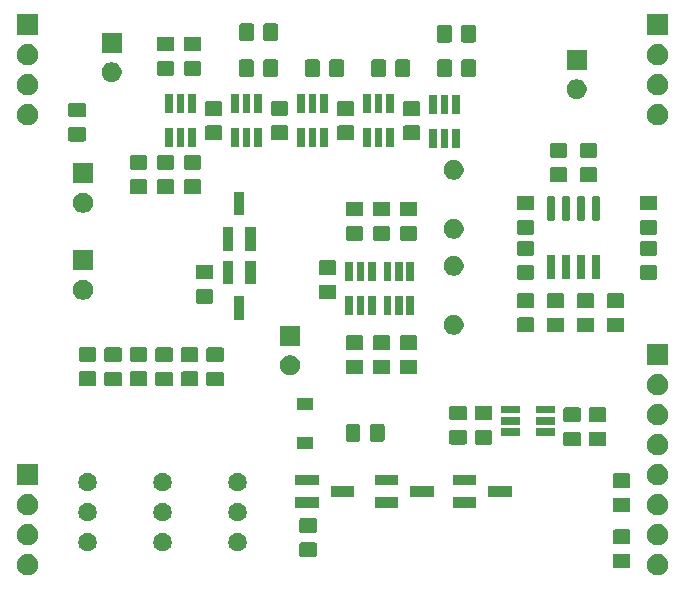
<source format=gbr>
G04 #@! TF.GenerationSoftware,KiCad,Pcbnew,5.1.6-c6e7f7d~87~ubuntu18.04.1*
G04 #@! TF.CreationDate,2020-08-02T08:38:56-04:00*
G04 #@! TF.ProjectId,minimoog_LPF,6d696e69-6d6f-46f6-975f-4c50462e6b69,0*
G04 #@! TF.SameCoordinates,Original*
G04 #@! TF.FileFunction,Soldermask,Top*
G04 #@! TF.FilePolarity,Negative*
%FSLAX46Y46*%
G04 Gerber Fmt 4.6, Leading zero omitted, Abs format (unit mm)*
G04 Created by KiCad (PCBNEW 5.1.6-c6e7f7d~87~ubuntu18.04.1) date 2020-08-02 08:38:56*
%MOMM*%
%LPD*%
G01*
G04 APERTURE LIST*
%ADD10C,0.100000*%
G04 APERTURE END LIST*
D10*
G36*
X182985679Y-123562369D02*
G01*
X183142812Y-123593624D01*
X183306784Y-123661544D01*
X183454354Y-123760147D01*
X183579853Y-123885646D01*
X183678456Y-124033216D01*
X183746376Y-124197188D01*
X183781000Y-124371259D01*
X183781000Y-124548741D01*
X183746376Y-124722812D01*
X183678456Y-124886784D01*
X183579853Y-125034354D01*
X183454354Y-125159853D01*
X183306784Y-125258456D01*
X183142812Y-125326376D01*
X182993512Y-125356073D01*
X182968742Y-125361000D01*
X182791258Y-125361000D01*
X182766488Y-125356073D01*
X182617188Y-125326376D01*
X182453216Y-125258456D01*
X182305646Y-125159853D01*
X182180147Y-125034354D01*
X182081544Y-124886784D01*
X182013624Y-124722812D01*
X181979000Y-124548741D01*
X181979000Y-124371259D01*
X182013624Y-124197188D01*
X182081544Y-124033216D01*
X182180147Y-123885646D01*
X182305646Y-123760147D01*
X182453216Y-123661544D01*
X182617188Y-123593624D01*
X182774321Y-123562369D01*
X182791258Y-123559000D01*
X182968742Y-123559000D01*
X182985679Y-123562369D01*
G37*
G36*
X129645679Y-123562369D02*
G01*
X129802812Y-123593624D01*
X129966784Y-123661544D01*
X130114354Y-123760147D01*
X130239853Y-123885646D01*
X130338456Y-124033216D01*
X130406376Y-124197188D01*
X130441000Y-124371259D01*
X130441000Y-124548741D01*
X130406376Y-124722812D01*
X130338456Y-124886784D01*
X130239853Y-125034354D01*
X130114354Y-125159853D01*
X129966784Y-125258456D01*
X129802812Y-125326376D01*
X129653512Y-125356073D01*
X129628742Y-125361000D01*
X129451258Y-125361000D01*
X129426488Y-125356073D01*
X129277188Y-125326376D01*
X129113216Y-125258456D01*
X128965646Y-125159853D01*
X128840147Y-125034354D01*
X128741544Y-124886784D01*
X128673624Y-124722812D01*
X128639000Y-124548741D01*
X128639000Y-124371259D01*
X128673624Y-124197188D01*
X128741544Y-124033216D01*
X128840147Y-123885646D01*
X128965646Y-123760147D01*
X129113216Y-123661544D01*
X129277188Y-123593624D01*
X129434321Y-123562369D01*
X129451258Y-123559000D01*
X129628742Y-123559000D01*
X129645679Y-123562369D01*
G37*
G36*
X180420674Y-123520965D02*
G01*
X180458367Y-123532399D01*
X180493103Y-123550966D01*
X180523548Y-123575952D01*
X180548534Y-123606397D01*
X180567101Y-123641133D01*
X180578535Y-123678826D01*
X180583000Y-123724161D01*
X180583000Y-124560839D01*
X180578535Y-124606174D01*
X180567101Y-124643867D01*
X180548534Y-124678603D01*
X180523548Y-124709048D01*
X180493103Y-124734034D01*
X180458367Y-124752601D01*
X180420674Y-124764035D01*
X180375339Y-124768500D01*
X179288661Y-124768500D01*
X179243326Y-124764035D01*
X179205633Y-124752601D01*
X179170897Y-124734034D01*
X179140452Y-124709048D01*
X179115466Y-124678603D01*
X179096899Y-124643867D01*
X179085465Y-124606174D01*
X179081000Y-124560839D01*
X179081000Y-123724161D01*
X179085465Y-123678826D01*
X179096899Y-123641133D01*
X179115466Y-123606397D01*
X179140452Y-123575952D01*
X179170897Y-123550966D01*
X179205633Y-123532399D01*
X179243326Y-123520965D01*
X179288661Y-123516500D01*
X180375339Y-123516500D01*
X180420674Y-123520965D01*
G37*
G36*
X153877674Y-122568465D02*
G01*
X153915367Y-122579899D01*
X153950103Y-122598466D01*
X153980548Y-122623452D01*
X154005534Y-122653897D01*
X154024101Y-122688633D01*
X154035535Y-122726326D01*
X154040000Y-122771661D01*
X154040000Y-123608339D01*
X154035535Y-123653674D01*
X154024101Y-123691367D01*
X154005534Y-123726103D01*
X153980548Y-123756548D01*
X153950103Y-123781534D01*
X153915367Y-123800101D01*
X153877674Y-123811535D01*
X153832339Y-123816000D01*
X152745661Y-123816000D01*
X152700326Y-123811535D01*
X152662633Y-123800101D01*
X152627897Y-123781534D01*
X152597452Y-123756548D01*
X152572466Y-123726103D01*
X152553899Y-123691367D01*
X152542465Y-123653674D01*
X152538000Y-123608339D01*
X152538000Y-122771661D01*
X152542465Y-122726326D01*
X152553899Y-122688633D01*
X152572466Y-122653897D01*
X152597452Y-122623452D01*
X152627897Y-122598466D01*
X152662633Y-122579899D01*
X152700326Y-122568465D01*
X152745661Y-122564000D01*
X153832339Y-122564000D01*
X153877674Y-122568465D01*
G37*
G36*
X141095589Y-121793876D02*
G01*
X141194893Y-121813629D01*
X141335206Y-121871748D01*
X141461484Y-121956125D01*
X141568875Y-122063516D01*
X141653252Y-122189794D01*
X141711371Y-122330107D01*
X141711371Y-122330109D01*
X141734489Y-122446327D01*
X141741000Y-122479063D01*
X141741000Y-122630937D01*
X141711371Y-122779893D01*
X141653252Y-122920206D01*
X141568875Y-123046484D01*
X141461484Y-123153875D01*
X141335206Y-123238252D01*
X141194893Y-123296371D01*
X141095589Y-123316124D01*
X141045938Y-123326000D01*
X140894062Y-123326000D01*
X140844411Y-123316124D01*
X140745107Y-123296371D01*
X140604794Y-123238252D01*
X140478516Y-123153875D01*
X140371125Y-123046484D01*
X140286748Y-122920206D01*
X140228629Y-122779893D01*
X140199000Y-122630937D01*
X140199000Y-122479063D01*
X140205512Y-122446327D01*
X140228629Y-122330109D01*
X140228629Y-122330107D01*
X140286748Y-122189794D01*
X140371125Y-122063516D01*
X140478516Y-121956125D01*
X140604794Y-121871748D01*
X140745107Y-121813629D01*
X140844411Y-121793876D01*
X140894062Y-121784000D01*
X141045938Y-121784000D01*
X141095589Y-121793876D01*
G37*
G36*
X134745589Y-121793876D02*
G01*
X134844893Y-121813629D01*
X134985206Y-121871748D01*
X135111484Y-121956125D01*
X135218875Y-122063516D01*
X135303252Y-122189794D01*
X135361371Y-122330107D01*
X135361371Y-122330109D01*
X135384489Y-122446327D01*
X135391000Y-122479063D01*
X135391000Y-122630937D01*
X135361371Y-122779893D01*
X135303252Y-122920206D01*
X135218875Y-123046484D01*
X135111484Y-123153875D01*
X134985206Y-123238252D01*
X134844893Y-123296371D01*
X134745589Y-123316124D01*
X134695938Y-123326000D01*
X134544062Y-123326000D01*
X134494411Y-123316124D01*
X134395107Y-123296371D01*
X134254794Y-123238252D01*
X134128516Y-123153875D01*
X134021125Y-123046484D01*
X133936748Y-122920206D01*
X133878629Y-122779893D01*
X133849000Y-122630937D01*
X133849000Y-122479063D01*
X133855512Y-122446327D01*
X133878629Y-122330109D01*
X133878629Y-122330107D01*
X133936748Y-122189794D01*
X134021125Y-122063516D01*
X134128516Y-121956125D01*
X134254794Y-121871748D01*
X134395107Y-121813629D01*
X134494411Y-121793876D01*
X134544062Y-121784000D01*
X134695938Y-121784000D01*
X134745589Y-121793876D01*
G37*
G36*
X147445589Y-121793876D02*
G01*
X147544893Y-121813629D01*
X147685206Y-121871748D01*
X147811484Y-121956125D01*
X147918875Y-122063516D01*
X148003252Y-122189794D01*
X148061371Y-122330107D01*
X148061371Y-122330109D01*
X148084489Y-122446327D01*
X148091000Y-122479063D01*
X148091000Y-122630937D01*
X148061371Y-122779893D01*
X148003252Y-122920206D01*
X147918875Y-123046484D01*
X147811484Y-123153875D01*
X147685206Y-123238252D01*
X147544893Y-123296371D01*
X147445589Y-123316124D01*
X147395938Y-123326000D01*
X147244062Y-123326000D01*
X147194411Y-123316124D01*
X147095107Y-123296371D01*
X146954794Y-123238252D01*
X146828516Y-123153875D01*
X146721125Y-123046484D01*
X146636748Y-122920206D01*
X146578629Y-122779893D01*
X146549000Y-122630937D01*
X146549000Y-122479063D01*
X146555512Y-122446327D01*
X146578629Y-122330109D01*
X146578629Y-122330107D01*
X146636748Y-122189794D01*
X146721125Y-122063516D01*
X146828516Y-121956125D01*
X146954794Y-121871748D01*
X147095107Y-121813629D01*
X147194411Y-121793876D01*
X147244062Y-121784000D01*
X147395938Y-121784000D01*
X147445589Y-121793876D01*
G37*
G36*
X129653512Y-121023927D02*
G01*
X129802812Y-121053624D01*
X129966784Y-121121544D01*
X130114354Y-121220147D01*
X130239853Y-121345646D01*
X130338456Y-121493216D01*
X130406376Y-121657188D01*
X130441000Y-121831259D01*
X130441000Y-122008741D01*
X130406376Y-122182812D01*
X130338456Y-122346784D01*
X130239853Y-122494354D01*
X130114354Y-122619853D01*
X129966784Y-122718456D01*
X129802812Y-122786376D01*
X129653512Y-122816073D01*
X129628742Y-122821000D01*
X129451258Y-122821000D01*
X129426488Y-122816073D01*
X129277188Y-122786376D01*
X129113216Y-122718456D01*
X128965646Y-122619853D01*
X128840147Y-122494354D01*
X128741544Y-122346784D01*
X128673624Y-122182812D01*
X128639000Y-122008741D01*
X128639000Y-121831259D01*
X128673624Y-121657188D01*
X128741544Y-121493216D01*
X128840147Y-121345646D01*
X128965646Y-121220147D01*
X129113216Y-121121544D01*
X129277188Y-121053624D01*
X129426488Y-121023927D01*
X129451258Y-121019000D01*
X129628742Y-121019000D01*
X129653512Y-121023927D01*
G37*
G36*
X182993512Y-121023927D02*
G01*
X183142812Y-121053624D01*
X183306784Y-121121544D01*
X183454354Y-121220147D01*
X183579853Y-121345646D01*
X183678456Y-121493216D01*
X183746376Y-121657188D01*
X183781000Y-121831259D01*
X183781000Y-122008741D01*
X183746376Y-122182812D01*
X183678456Y-122346784D01*
X183579853Y-122494354D01*
X183454354Y-122619853D01*
X183306784Y-122718456D01*
X183142812Y-122786376D01*
X182993512Y-122816073D01*
X182968742Y-122821000D01*
X182791258Y-122821000D01*
X182766488Y-122816073D01*
X182617188Y-122786376D01*
X182453216Y-122718456D01*
X182305646Y-122619853D01*
X182180147Y-122494354D01*
X182081544Y-122346784D01*
X182013624Y-122182812D01*
X181979000Y-122008741D01*
X181979000Y-121831259D01*
X182013624Y-121657188D01*
X182081544Y-121493216D01*
X182180147Y-121345646D01*
X182305646Y-121220147D01*
X182453216Y-121121544D01*
X182617188Y-121053624D01*
X182766488Y-121023927D01*
X182791258Y-121019000D01*
X182968742Y-121019000D01*
X182993512Y-121023927D01*
G37*
G36*
X180420674Y-121470965D02*
G01*
X180458367Y-121482399D01*
X180493103Y-121500966D01*
X180523548Y-121525952D01*
X180548534Y-121556397D01*
X180567101Y-121591133D01*
X180578535Y-121628826D01*
X180583000Y-121674161D01*
X180583000Y-122510839D01*
X180578535Y-122556174D01*
X180567101Y-122593867D01*
X180548534Y-122628603D01*
X180523548Y-122659048D01*
X180493103Y-122684034D01*
X180458367Y-122702601D01*
X180420674Y-122714035D01*
X180375339Y-122718500D01*
X179288661Y-122718500D01*
X179243326Y-122714035D01*
X179205633Y-122702601D01*
X179170897Y-122684034D01*
X179140452Y-122659048D01*
X179115466Y-122628603D01*
X179096899Y-122593867D01*
X179085465Y-122556174D01*
X179081000Y-122510839D01*
X179081000Y-121674161D01*
X179085465Y-121628826D01*
X179096899Y-121591133D01*
X179115466Y-121556397D01*
X179140452Y-121525952D01*
X179170897Y-121500966D01*
X179205633Y-121482399D01*
X179243326Y-121470965D01*
X179288661Y-121466500D01*
X180375339Y-121466500D01*
X180420674Y-121470965D01*
G37*
G36*
X153877674Y-120518465D02*
G01*
X153915367Y-120529899D01*
X153950103Y-120548466D01*
X153980548Y-120573452D01*
X154005534Y-120603897D01*
X154024101Y-120638633D01*
X154035535Y-120676326D01*
X154040000Y-120721661D01*
X154040000Y-121558339D01*
X154035535Y-121603674D01*
X154024101Y-121641367D01*
X154005534Y-121676103D01*
X153980548Y-121706548D01*
X153950103Y-121731534D01*
X153915367Y-121750101D01*
X153877674Y-121761535D01*
X153832339Y-121766000D01*
X152745661Y-121766000D01*
X152700326Y-121761535D01*
X152662633Y-121750101D01*
X152627897Y-121731534D01*
X152597452Y-121706548D01*
X152572466Y-121676103D01*
X152553899Y-121641367D01*
X152542465Y-121603674D01*
X152538000Y-121558339D01*
X152538000Y-120721661D01*
X152542465Y-120676326D01*
X152553899Y-120638633D01*
X152572466Y-120603897D01*
X152597452Y-120573452D01*
X152627897Y-120548466D01*
X152662633Y-120529899D01*
X152700326Y-120518465D01*
X152745661Y-120514000D01*
X153832339Y-120514000D01*
X153877674Y-120518465D01*
G37*
G36*
X147445589Y-119253876D02*
G01*
X147544893Y-119273629D01*
X147685206Y-119331748D01*
X147811484Y-119416125D01*
X147918875Y-119523516D01*
X148003252Y-119649794D01*
X148061371Y-119790107D01*
X148061371Y-119790109D01*
X148090014Y-119934103D01*
X148091000Y-119939063D01*
X148091000Y-120090937D01*
X148061371Y-120239893D01*
X148003252Y-120380206D01*
X147918875Y-120506484D01*
X147811484Y-120613875D01*
X147685206Y-120698252D01*
X147544893Y-120756371D01*
X147445589Y-120776124D01*
X147395938Y-120786000D01*
X147244062Y-120786000D01*
X147194411Y-120776124D01*
X147095107Y-120756371D01*
X146954794Y-120698252D01*
X146828516Y-120613875D01*
X146721125Y-120506484D01*
X146636748Y-120380206D01*
X146578629Y-120239893D01*
X146549000Y-120090937D01*
X146549000Y-119939063D01*
X146549987Y-119934103D01*
X146578629Y-119790109D01*
X146578629Y-119790107D01*
X146636748Y-119649794D01*
X146721125Y-119523516D01*
X146828516Y-119416125D01*
X146954794Y-119331748D01*
X147095107Y-119273629D01*
X147194411Y-119253876D01*
X147244062Y-119244000D01*
X147395938Y-119244000D01*
X147445589Y-119253876D01*
G37*
G36*
X141095589Y-119253876D02*
G01*
X141194893Y-119273629D01*
X141335206Y-119331748D01*
X141461484Y-119416125D01*
X141568875Y-119523516D01*
X141653252Y-119649794D01*
X141711371Y-119790107D01*
X141711371Y-119790109D01*
X141740014Y-119934103D01*
X141741000Y-119939063D01*
X141741000Y-120090937D01*
X141711371Y-120239893D01*
X141653252Y-120380206D01*
X141568875Y-120506484D01*
X141461484Y-120613875D01*
X141335206Y-120698252D01*
X141194893Y-120756371D01*
X141095589Y-120776124D01*
X141045938Y-120786000D01*
X140894062Y-120786000D01*
X140844411Y-120776124D01*
X140745107Y-120756371D01*
X140604794Y-120698252D01*
X140478516Y-120613875D01*
X140371125Y-120506484D01*
X140286748Y-120380206D01*
X140228629Y-120239893D01*
X140199000Y-120090937D01*
X140199000Y-119939063D01*
X140199987Y-119934103D01*
X140228629Y-119790109D01*
X140228629Y-119790107D01*
X140286748Y-119649794D01*
X140371125Y-119523516D01*
X140478516Y-119416125D01*
X140604794Y-119331748D01*
X140745107Y-119273629D01*
X140844411Y-119253876D01*
X140894062Y-119244000D01*
X141045938Y-119244000D01*
X141095589Y-119253876D01*
G37*
G36*
X134745589Y-119253876D02*
G01*
X134844893Y-119273629D01*
X134985206Y-119331748D01*
X135111484Y-119416125D01*
X135218875Y-119523516D01*
X135303252Y-119649794D01*
X135361371Y-119790107D01*
X135361371Y-119790109D01*
X135390014Y-119934103D01*
X135391000Y-119939063D01*
X135391000Y-120090937D01*
X135361371Y-120239893D01*
X135303252Y-120380206D01*
X135218875Y-120506484D01*
X135111484Y-120613875D01*
X134985206Y-120698252D01*
X134844893Y-120756371D01*
X134745589Y-120776124D01*
X134695938Y-120786000D01*
X134544062Y-120786000D01*
X134494411Y-120776124D01*
X134395107Y-120756371D01*
X134254794Y-120698252D01*
X134128516Y-120613875D01*
X134021125Y-120506484D01*
X133936748Y-120380206D01*
X133878629Y-120239893D01*
X133849000Y-120090937D01*
X133849000Y-119939063D01*
X133849987Y-119934103D01*
X133878629Y-119790109D01*
X133878629Y-119790107D01*
X133936748Y-119649794D01*
X134021125Y-119523516D01*
X134128516Y-119416125D01*
X134254794Y-119331748D01*
X134395107Y-119273629D01*
X134494411Y-119253876D01*
X134544062Y-119244000D01*
X134695938Y-119244000D01*
X134745589Y-119253876D01*
G37*
G36*
X129653512Y-118483927D02*
G01*
X129802812Y-118513624D01*
X129966784Y-118581544D01*
X130114354Y-118680147D01*
X130239853Y-118805646D01*
X130338456Y-118953216D01*
X130406376Y-119117188D01*
X130441000Y-119291259D01*
X130441000Y-119468741D01*
X130406376Y-119642812D01*
X130338456Y-119806784D01*
X130239853Y-119954354D01*
X130114354Y-120079853D01*
X129966784Y-120178456D01*
X129802812Y-120246376D01*
X129653512Y-120276073D01*
X129628742Y-120281000D01*
X129451258Y-120281000D01*
X129426488Y-120276073D01*
X129277188Y-120246376D01*
X129113216Y-120178456D01*
X128965646Y-120079853D01*
X128840147Y-119954354D01*
X128741544Y-119806784D01*
X128673624Y-119642812D01*
X128639000Y-119468741D01*
X128639000Y-119291259D01*
X128673624Y-119117188D01*
X128741544Y-118953216D01*
X128840147Y-118805646D01*
X128965646Y-118680147D01*
X129113216Y-118581544D01*
X129277188Y-118513624D01*
X129426488Y-118483927D01*
X129451258Y-118479000D01*
X129628742Y-118479000D01*
X129653512Y-118483927D01*
G37*
G36*
X182993512Y-118483927D02*
G01*
X183142812Y-118513624D01*
X183306784Y-118581544D01*
X183454354Y-118680147D01*
X183579853Y-118805646D01*
X183678456Y-118953216D01*
X183746376Y-119117188D01*
X183781000Y-119291259D01*
X183781000Y-119468741D01*
X183746376Y-119642812D01*
X183678456Y-119806784D01*
X183579853Y-119954354D01*
X183454354Y-120079853D01*
X183306784Y-120178456D01*
X183142812Y-120246376D01*
X182993512Y-120276073D01*
X182968742Y-120281000D01*
X182791258Y-120281000D01*
X182766488Y-120276073D01*
X182617188Y-120246376D01*
X182453216Y-120178456D01*
X182305646Y-120079853D01*
X182180147Y-119954354D01*
X182081544Y-119806784D01*
X182013624Y-119642812D01*
X181979000Y-119468741D01*
X181979000Y-119291259D01*
X182013624Y-119117188D01*
X182081544Y-118953216D01*
X182180147Y-118805646D01*
X182305646Y-118680147D01*
X182453216Y-118581544D01*
X182617188Y-118513624D01*
X182766488Y-118483927D01*
X182791258Y-118479000D01*
X182968742Y-118479000D01*
X182993512Y-118483927D01*
G37*
G36*
X180420674Y-118776465D02*
G01*
X180458367Y-118787899D01*
X180493103Y-118806466D01*
X180523548Y-118831452D01*
X180548534Y-118861897D01*
X180567101Y-118896633D01*
X180578535Y-118934326D01*
X180583000Y-118979661D01*
X180583000Y-119816339D01*
X180578535Y-119861674D01*
X180567101Y-119899367D01*
X180548534Y-119934103D01*
X180523548Y-119964548D01*
X180493103Y-119989534D01*
X180458367Y-120008101D01*
X180420674Y-120019535D01*
X180375339Y-120024000D01*
X179288661Y-120024000D01*
X179243326Y-120019535D01*
X179205633Y-120008101D01*
X179170897Y-119989534D01*
X179140452Y-119964548D01*
X179115466Y-119934103D01*
X179096899Y-119899367D01*
X179085465Y-119861674D01*
X179081000Y-119816339D01*
X179081000Y-118979661D01*
X179085465Y-118934326D01*
X179096899Y-118896633D01*
X179115466Y-118861897D01*
X179140452Y-118831452D01*
X179170897Y-118806466D01*
X179205633Y-118787899D01*
X179243326Y-118776465D01*
X179288661Y-118772000D01*
X180375339Y-118772000D01*
X180420674Y-118776465D01*
G37*
G36*
X167546000Y-119638000D02*
G01*
X165544000Y-119638000D01*
X165544000Y-118736000D01*
X167546000Y-118736000D01*
X167546000Y-119638000D01*
G37*
G36*
X154211000Y-119638000D02*
G01*
X152209000Y-119638000D01*
X152209000Y-118736000D01*
X154211000Y-118736000D01*
X154211000Y-119638000D01*
G37*
G36*
X160942000Y-119638000D02*
G01*
X158940000Y-119638000D01*
X158940000Y-118736000D01*
X160942000Y-118736000D01*
X160942000Y-119638000D01*
G37*
G36*
X157211000Y-118688000D02*
G01*
X155209000Y-118688000D01*
X155209000Y-117786000D01*
X157211000Y-117786000D01*
X157211000Y-118688000D01*
G37*
G36*
X163942000Y-118688000D02*
G01*
X161940000Y-118688000D01*
X161940000Y-117786000D01*
X163942000Y-117786000D01*
X163942000Y-118688000D01*
G37*
G36*
X170546000Y-118688000D02*
G01*
X168544000Y-118688000D01*
X168544000Y-117786000D01*
X170546000Y-117786000D01*
X170546000Y-118688000D01*
G37*
G36*
X134745589Y-116713876D02*
G01*
X134844893Y-116733629D01*
X134985206Y-116791748D01*
X135111484Y-116876125D01*
X135218875Y-116983516D01*
X135303252Y-117109794D01*
X135361371Y-117250107D01*
X135391000Y-117399063D01*
X135391000Y-117550937D01*
X135361371Y-117699893D01*
X135303252Y-117840206D01*
X135218875Y-117966484D01*
X135111484Y-118073875D01*
X134985206Y-118158252D01*
X134844893Y-118216371D01*
X134745589Y-118236124D01*
X134695938Y-118246000D01*
X134544062Y-118246000D01*
X134494411Y-118236124D01*
X134395107Y-118216371D01*
X134254794Y-118158252D01*
X134128516Y-118073875D01*
X134021125Y-117966484D01*
X133936748Y-117840206D01*
X133878629Y-117699893D01*
X133849000Y-117550937D01*
X133849000Y-117399063D01*
X133878629Y-117250107D01*
X133936748Y-117109794D01*
X134021125Y-116983516D01*
X134128516Y-116876125D01*
X134254794Y-116791748D01*
X134395107Y-116733629D01*
X134494411Y-116713876D01*
X134544062Y-116704000D01*
X134695938Y-116704000D01*
X134745589Y-116713876D01*
G37*
G36*
X141095589Y-116713876D02*
G01*
X141194893Y-116733629D01*
X141335206Y-116791748D01*
X141461484Y-116876125D01*
X141568875Y-116983516D01*
X141653252Y-117109794D01*
X141711371Y-117250107D01*
X141741000Y-117399063D01*
X141741000Y-117550937D01*
X141711371Y-117699893D01*
X141653252Y-117840206D01*
X141568875Y-117966484D01*
X141461484Y-118073875D01*
X141335206Y-118158252D01*
X141194893Y-118216371D01*
X141095589Y-118236124D01*
X141045938Y-118246000D01*
X140894062Y-118246000D01*
X140844411Y-118236124D01*
X140745107Y-118216371D01*
X140604794Y-118158252D01*
X140478516Y-118073875D01*
X140371125Y-117966484D01*
X140286748Y-117840206D01*
X140228629Y-117699893D01*
X140199000Y-117550937D01*
X140199000Y-117399063D01*
X140228629Y-117250107D01*
X140286748Y-117109794D01*
X140371125Y-116983516D01*
X140478516Y-116876125D01*
X140604794Y-116791748D01*
X140745107Y-116733629D01*
X140844411Y-116713876D01*
X140894062Y-116704000D01*
X141045938Y-116704000D01*
X141095589Y-116713876D01*
G37*
G36*
X147445589Y-116713876D02*
G01*
X147544893Y-116733629D01*
X147685206Y-116791748D01*
X147811484Y-116876125D01*
X147918875Y-116983516D01*
X148003252Y-117109794D01*
X148061371Y-117250107D01*
X148091000Y-117399063D01*
X148091000Y-117550937D01*
X148061371Y-117699893D01*
X148003252Y-117840206D01*
X147918875Y-117966484D01*
X147811484Y-118073875D01*
X147685206Y-118158252D01*
X147544893Y-118216371D01*
X147445589Y-118236124D01*
X147395938Y-118246000D01*
X147244062Y-118246000D01*
X147194411Y-118236124D01*
X147095107Y-118216371D01*
X146954794Y-118158252D01*
X146828516Y-118073875D01*
X146721125Y-117966484D01*
X146636748Y-117840206D01*
X146578629Y-117699893D01*
X146549000Y-117550937D01*
X146549000Y-117399063D01*
X146578629Y-117250107D01*
X146636748Y-117109794D01*
X146721125Y-116983516D01*
X146828516Y-116876125D01*
X146954794Y-116791748D01*
X147095107Y-116733629D01*
X147194411Y-116713876D01*
X147244062Y-116704000D01*
X147395938Y-116704000D01*
X147445589Y-116713876D01*
G37*
G36*
X180420674Y-116726465D02*
G01*
X180458367Y-116737899D01*
X180493103Y-116756466D01*
X180523548Y-116781452D01*
X180548534Y-116811897D01*
X180567101Y-116846633D01*
X180578535Y-116884326D01*
X180583000Y-116929661D01*
X180583000Y-117766339D01*
X180578535Y-117811674D01*
X180567101Y-117849367D01*
X180548534Y-117884103D01*
X180523548Y-117914548D01*
X180493103Y-117939534D01*
X180458367Y-117958101D01*
X180420674Y-117969535D01*
X180375339Y-117974000D01*
X179288661Y-117974000D01*
X179243326Y-117969535D01*
X179205633Y-117958101D01*
X179170897Y-117939534D01*
X179140452Y-117914548D01*
X179115466Y-117884103D01*
X179096899Y-117849367D01*
X179085465Y-117811674D01*
X179081000Y-117766339D01*
X179081000Y-116929661D01*
X179085465Y-116884326D01*
X179096899Y-116846633D01*
X179115466Y-116811897D01*
X179140452Y-116781452D01*
X179170897Y-116756466D01*
X179205633Y-116737899D01*
X179243326Y-116726465D01*
X179288661Y-116722000D01*
X180375339Y-116722000D01*
X180420674Y-116726465D01*
G37*
G36*
X130441000Y-117741000D02*
G01*
X128639000Y-117741000D01*
X128639000Y-115939000D01*
X130441000Y-115939000D01*
X130441000Y-117741000D01*
G37*
G36*
X182993512Y-115943927D02*
G01*
X183142812Y-115973624D01*
X183306784Y-116041544D01*
X183454354Y-116140147D01*
X183579853Y-116265646D01*
X183678456Y-116413216D01*
X183746376Y-116577188D01*
X183781000Y-116751259D01*
X183781000Y-116928741D01*
X183746376Y-117102812D01*
X183678456Y-117266784D01*
X183579853Y-117414354D01*
X183454354Y-117539853D01*
X183306784Y-117638456D01*
X183142812Y-117706376D01*
X182993512Y-117736073D01*
X182968742Y-117741000D01*
X182791258Y-117741000D01*
X182766488Y-117736073D01*
X182617188Y-117706376D01*
X182453216Y-117638456D01*
X182305646Y-117539853D01*
X182180147Y-117414354D01*
X182081544Y-117266784D01*
X182013624Y-117102812D01*
X181979000Y-116928741D01*
X181979000Y-116751259D01*
X182013624Y-116577188D01*
X182081544Y-116413216D01*
X182180147Y-116265646D01*
X182305646Y-116140147D01*
X182453216Y-116041544D01*
X182617188Y-115973624D01*
X182766488Y-115943927D01*
X182791258Y-115939000D01*
X182968742Y-115939000D01*
X182993512Y-115943927D01*
G37*
G36*
X167546000Y-117738000D02*
G01*
X165544000Y-117738000D01*
X165544000Y-116836000D01*
X167546000Y-116836000D01*
X167546000Y-117738000D01*
G37*
G36*
X154211000Y-117738000D02*
G01*
X152209000Y-117738000D01*
X152209000Y-116836000D01*
X154211000Y-116836000D01*
X154211000Y-117738000D01*
G37*
G36*
X160942000Y-117738000D02*
G01*
X158940000Y-117738000D01*
X158940000Y-116836000D01*
X160942000Y-116836000D01*
X160942000Y-117738000D01*
G37*
G36*
X182989228Y-113403075D02*
G01*
X183142812Y-113433624D01*
X183306784Y-113501544D01*
X183454354Y-113600147D01*
X183579853Y-113725646D01*
X183678456Y-113873216D01*
X183746376Y-114037188D01*
X183781000Y-114211259D01*
X183781000Y-114388741D01*
X183746376Y-114562812D01*
X183678456Y-114726784D01*
X183579853Y-114874354D01*
X183454354Y-114999853D01*
X183306784Y-115098456D01*
X183142812Y-115166376D01*
X182993512Y-115196073D01*
X182968742Y-115201000D01*
X182791258Y-115201000D01*
X182766488Y-115196073D01*
X182617188Y-115166376D01*
X182453216Y-115098456D01*
X182305646Y-114999853D01*
X182180147Y-114874354D01*
X182081544Y-114726784D01*
X182013624Y-114562812D01*
X181979000Y-114388741D01*
X181979000Y-114211259D01*
X182013624Y-114037188D01*
X182081544Y-113873216D01*
X182180147Y-113725646D01*
X182305646Y-113600147D01*
X182453216Y-113501544D01*
X182617188Y-113433624D01*
X182770772Y-113403075D01*
X182791258Y-113399000D01*
X182968742Y-113399000D01*
X182989228Y-113403075D01*
G37*
G36*
X153686000Y-114674000D02*
G01*
X152384000Y-114674000D01*
X152384000Y-113672000D01*
X153686000Y-113672000D01*
X153686000Y-114674000D01*
G37*
G36*
X176229674Y-113188465D02*
G01*
X176267367Y-113199899D01*
X176302103Y-113218466D01*
X176332548Y-113243452D01*
X176357534Y-113273897D01*
X176376101Y-113308633D01*
X176387535Y-113346326D01*
X176392000Y-113391661D01*
X176392000Y-114228339D01*
X176387535Y-114273674D01*
X176376101Y-114311367D01*
X176357534Y-114346103D01*
X176332548Y-114376548D01*
X176302103Y-114401534D01*
X176267367Y-114420101D01*
X176229674Y-114431535D01*
X176184339Y-114436000D01*
X175097661Y-114436000D01*
X175052326Y-114431535D01*
X175014633Y-114420101D01*
X174979897Y-114401534D01*
X174949452Y-114376548D01*
X174924466Y-114346103D01*
X174905899Y-114311367D01*
X174894465Y-114273674D01*
X174890000Y-114228339D01*
X174890000Y-113391661D01*
X174894465Y-113346326D01*
X174905899Y-113308633D01*
X174924466Y-113273897D01*
X174949452Y-113243452D01*
X174979897Y-113218466D01*
X175014633Y-113199899D01*
X175052326Y-113188465D01*
X175097661Y-113184000D01*
X176184339Y-113184000D01*
X176229674Y-113188465D01*
G37*
G36*
X178388674Y-113188465D02*
G01*
X178426367Y-113199899D01*
X178461103Y-113218466D01*
X178491548Y-113243452D01*
X178516534Y-113273897D01*
X178535101Y-113308633D01*
X178546535Y-113346326D01*
X178551000Y-113391661D01*
X178551000Y-114228339D01*
X178546535Y-114273674D01*
X178535101Y-114311367D01*
X178516534Y-114346103D01*
X178491548Y-114376548D01*
X178461103Y-114401534D01*
X178426367Y-114420101D01*
X178388674Y-114431535D01*
X178343339Y-114436000D01*
X177256661Y-114436000D01*
X177211326Y-114431535D01*
X177173633Y-114420101D01*
X177138897Y-114401534D01*
X177108452Y-114376548D01*
X177083466Y-114346103D01*
X177064899Y-114311367D01*
X177053465Y-114273674D01*
X177049000Y-114228339D01*
X177049000Y-113391661D01*
X177053465Y-113346326D01*
X177064899Y-113308633D01*
X177083466Y-113273897D01*
X177108452Y-113243452D01*
X177138897Y-113218466D01*
X177173633Y-113199899D01*
X177211326Y-113188465D01*
X177256661Y-113184000D01*
X178343339Y-113184000D01*
X178388674Y-113188465D01*
G37*
G36*
X166577674Y-113043465D02*
G01*
X166615367Y-113054899D01*
X166650103Y-113073466D01*
X166680548Y-113098452D01*
X166705534Y-113128897D01*
X166724101Y-113163633D01*
X166735535Y-113201326D01*
X166740000Y-113246661D01*
X166740000Y-114083339D01*
X166735535Y-114128674D01*
X166724101Y-114166367D01*
X166705534Y-114201103D01*
X166680548Y-114231548D01*
X166650103Y-114256534D01*
X166615367Y-114275101D01*
X166577674Y-114286535D01*
X166532339Y-114291000D01*
X165445661Y-114291000D01*
X165400326Y-114286535D01*
X165362633Y-114275101D01*
X165327897Y-114256534D01*
X165297452Y-114231548D01*
X165272466Y-114201103D01*
X165253899Y-114166367D01*
X165242465Y-114128674D01*
X165238000Y-114083339D01*
X165238000Y-113246661D01*
X165242465Y-113201326D01*
X165253899Y-113163633D01*
X165272466Y-113128897D01*
X165297452Y-113098452D01*
X165327897Y-113073466D01*
X165362633Y-113054899D01*
X165400326Y-113043465D01*
X165445661Y-113039000D01*
X166532339Y-113039000D01*
X166577674Y-113043465D01*
G37*
G36*
X168736674Y-113043465D02*
G01*
X168774367Y-113054899D01*
X168809103Y-113073466D01*
X168839548Y-113098452D01*
X168864534Y-113128897D01*
X168883101Y-113163633D01*
X168894535Y-113201326D01*
X168899000Y-113246661D01*
X168899000Y-114083339D01*
X168894535Y-114128674D01*
X168883101Y-114166367D01*
X168864534Y-114201103D01*
X168839548Y-114231548D01*
X168809103Y-114256534D01*
X168774367Y-114275101D01*
X168736674Y-114286535D01*
X168691339Y-114291000D01*
X167604661Y-114291000D01*
X167559326Y-114286535D01*
X167521633Y-114275101D01*
X167486897Y-114256534D01*
X167456452Y-114231548D01*
X167431466Y-114201103D01*
X167412899Y-114166367D01*
X167401465Y-114128674D01*
X167397000Y-114083339D01*
X167397000Y-113246661D01*
X167401465Y-113201326D01*
X167412899Y-113163633D01*
X167431466Y-113128897D01*
X167456452Y-113098452D01*
X167486897Y-113073466D01*
X167521633Y-113054899D01*
X167559326Y-113043465D01*
X167604661Y-113039000D01*
X168691339Y-113039000D01*
X168736674Y-113043465D01*
G37*
G36*
X159612674Y-112537465D02*
G01*
X159650367Y-112548899D01*
X159685103Y-112567466D01*
X159715548Y-112592452D01*
X159740534Y-112622897D01*
X159759101Y-112657633D01*
X159770535Y-112695326D01*
X159775000Y-112740661D01*
X159775000Y-113827339D01*
X159770535Y-113872674D01*
X159759101Y-113910367D01*
X159740534Y-113945103D01*
X159715548Y-113975548D01*
X159685103Y-114000534D01*
X159650367Y-114019101D01*
X159612674Y-114030535D01*
X159567339Y-114035000D01*
X158730661Y-114035000D01*
X158685326Y-114030535D01*
X158647633Y-114019101D01*
X158612897Y-114000534D01*
X158582452Y-113975548D01*
X158557466Y-113945103D01*
X158538899Y-113910367D01*
X158527465Y-113872674D01*
X158523000Y-113827339D01*
X158523000Y-112740661D01*
X158527465Y-112695326D01*
X158538899Y-112657633D01*
X158557466Y-112622897D01*
X158582452Y-112592452D01*
X158612897Y-112567466D01*
X158647633Y-112548899D01*
X158685326Y-112537465D01*
X158730661Y-112533000D01*
X159567339Y-112533000D01*
X159612674Y-112537465D01*
G37*
G36*
X157562674Y-112537465D02*
G01*
X157600367Y-112548899D01*
X157635103Y-112567466D01*
X157665548Y-112592452D01*
X157690534Y-112622897D01*
X157709101Y-112657633D01*
X157720535Y-112695326D01*
X157725000Y-112740661D01*
X157725000Y-113827339D01*
X157720535Y-113872674D01*
X157709101Y-113910367D01*
X157690534Y-113945103D01*
X157665548Y-113975548D01*
X157635103Y-114000534D01*
X157600367Y-114019101D01*
X157562674Y-114030535D01*
X157517339Y-114035000D01*
X156680661Y-114035000D01*
X156635326Y-114030535D01*
X156597633Y-114019101D01*
X156562897Y-114000534D01*
X156532452Y-113975548D01*
X156507466Y-113945103D01*
X156488899Y-113910367D01*
X156477465Y-113872674D01*
X156473000Y-113827339D01*
X156473000Y-112740661D01*
X156477465Y-112695326D01*
X156488899Y-112657633D01*
X156507466Y-112622897D01*
X156532452Y-112592452D01*
X156562897Y-112567466D01*
X156597633Y-112548899D01*
X156635326Y-112537465D01*
X156680661Y-112533000D01*
X157517339Y-112533000D01*
X157562674Y-112537465D01*
G37*
G36*
X174156000Y-113544000D02*
G01*
X172554000Y-113544000D01*
X172554000Y-112892000D01*
X174156000Y-112892000D01*
X174156000Y-113544000D01*
G37*
G36*
X171256000Y-113544000D02*
G01*
X169654000Y-113544000D01*
X169654000Y-112892000D01*
X171256000Y-112892000D01*
X171256000Y-113544000D01*
G37*
G36*
X182993512Y-110863927D02*
G01*
X183142812Y-110893624D01*
X183306784Y-110961544D01*
X183454354Y-111060147D01*
X183579853Y-111185646D01*
X183678456Y-111333216D01*
X183746376Y-111497188D01*
X183781000Y-111671259D01*
X183781000Y-111848741D01*
X183746376Y-112022812D01*
X183678456Y-112186784D01*
X183579853Y-112334354D01*
X183454354Y-112459853D01*
X183306784Y-112558456D01*
X183142812Y-112626376D01*
X183004124Y-112653962D01*
X182968742Y-112661000D01*
X182791258Y-112661000D01*
X182755876Y-112653962D01*
X182617188Y-112626376D01*
X182453216Y-112558456D01*
X182305646Y-112459853D01*
X182180147Y-112334354D01*
X182081544Y-112186784D01*
X182013624Y-112022812D01*
X181979000Y-111848741D01*
X181979000Y-111671259D01*
X182013624Y-111497188D01*
X182081544Y-111333216D01*
X182180147Y-111185646D01*
X182305646Y-111060147D01*
X182453216Y-110961544D01*
X182617188Y-110893624D01*
X182766488Y-110863927D01*
X182791258Y-110859000D01*
X182968742Y-110859000D01*
X182993512Y-110863927D01*
G37*
G36*
X174156000Y-112594000D02*
G01*
X172554000Y-112594000D01*
X172554000Y-111942000D01*
X174156000Y-111942000D01*
X174156000Y-112594000D01*
G37*
G36*
X171256000Y-112594000D02*
G01*
X169654000Y-112594000D01*
X169654000Y-111942000D01*
X171256000Y-111942000D01*
X171256000Y-112594000D01*
G37*
G36*
X176229674Y-111138465D02*
G01*
X176267367Y-111149899D01*
X176302103Y-111168466D01*
X176332548Y-111193452D01*
X176357534Y-111223897D01*
X176376101Y-111258633D01*
X176387535Y-111296326D01*
X176392000Y-111341661D01*
X176392000Y-112178339D01*
X176387535Y-112223674D01*
X176376101Y-112261367D01*
X176357534Y-112296103D01*
X176332548Y-112326548D01*
X176302103Y-112351534D01*
X176267367Y-112370101D01*
X176229674Y-112381535D01*
X176184339Y-112386000D01*
X175097661Y-112386000D01*
X175052326Y-112381535D01*
X175014633Y-112370101D01*
X174979897Y-112351534D01*
X174949452Y-112326548D01*
X174924466Y-112296103D01*
X174905899Y-112261367D01*
X174894465Y-112223674D01*
X174890000Y-112178339D01*
X174890000Y-111341661D01*
X174894465Y-111296326D01*
X174905899Y-111258633D01*
X174924466Y-111223897D01*
X174949452Y-111193452D01*
X174979897Y-111168466D01*
X175014633Y-111149899D01*
X175052326Y-111138465D01*
X175097661Y-111134000D01*
X176184339Y-111134000D01*
X176229674Y-111138465D01*
G37*
G36*
X178388674Y-111138465D02*
G01*
X178426367Y-111149899D01*
X178461103Y-111168466D01*
X178491548Y-111193452D01*
X178516534Y-111223897D01*
X178535101Y-111258633D01*
X178546535Y-111296326D01*
X178551000Y-111341661D01*
X178551000Y-112178339D01*
X178546535Y-112223674D01*
X178535101Y-112261367D01*
X178516534Y-112296103D01*
X178491548Y-112326548D01*
X178461103Y-112351534D01*
X178426367Y-112370101D01*
X178388674Y-112381535D01*
X178343339Y-112386000D01*
X177256661Y-112386000D01*
X177211326Y-112381535D01*
X177173633Y-112370101D01*
X177138897Y-112351534D01*
X177108452Y-112326548D01*
X177083466Y-112296103D01*
X177064899Y-112261367D01*
X177053465Y-112223674D01*
X177049000Y-112178339D01*
X177049000Y-111341661D01*
X177053465Y-111296326D01*
X177064899Y-111258633D01*
X177083466Y-111223897D01*
X177108452Y-111193452D01*
X177138897Y-111168466D01*
X177173633Y-111149899D01*
X177211326Y-111138465D01*
X177256661Y-111134000D01*
X178343339Y-111134000D01*
X178388674Y-111138465D01*
G37*
G36*
X166577674Y-110993465D02*
G01*
X166615367Y-111004899D01*
X166650103Y-111023466D01*
X166680548Y-111048452D01*
X166705534Y-111078897D01*
X166724101Y-111113633D01*
X166735535Y-111151326D01*
X166740000Y-111196661D01*
X166740000Y-112033339D01*
X166735535Y-112078674D01*
X166724101Y-112116367D01*
X166705534Y-112151103D01*
X166680548Y-112181548D01*
X166650103Y-112206534D01*
X166615367Y-112225101D01*
X166577674Y-112236535D01*
X166532339Y-112241000D01*
X165445661Y-112241000D01*
X165400326Y-112236535D01*
X165362633Y-112225101D01*
X165327897Y-112206534D01*
X165297452Y-112181548D01*
X165272466Y-112151103D01*
X165253899Y-112116367D01*
X165242465Y-112078674D01*
X165238000Y-112033339D01*
X165238000Y-111196661D01*
X165242465Y-111151326D01*
X165253899Y-111113633D01*
X165272466Y-111078897D01*
X165297452Y-111048452D01*
X165327897Y-111023466D01*
X165362633Y-111004899D01*
X165400326Y-110993465D01*
X165445661Y-110989000D01*
X166532339Y-110989000D01*
X166577674Y-110993465D01*
G37*
G36*
X168736674Y-110993465D02*
G01*
X168774367Y-111004899D01*
X168809103Y-111023466D01*
X168839548Y-111048452D01*
X168864534Y-111078897D01*
X168883101Y-111113633D01*
X168894535Y-111151326D01*
X168899000Y-111196661D01*
X168899000Y-112033339D01*
X168894535Y-112078674D01*
X168883101Y-112116367D01*
X168864534Y-112151103D01*
X168839548Y-112181548D01*
X168809103Y-112206534D01*
X168774367Y-112225101D01*
X168736674Y-112236535D01*
X168691339Y-112241000D01*
X167604661Y-112241000D01*
X167559326Y-112236535D01*
X167521633Y-112225101D01*
X167486897Y-112206534D01*
X167456452Y-112181548D01*
X167431466Y-112151103D01*
X167412899Y-112116367D01*
X167401465Y-112078674D01*
X167397000Y-112033339D01*
X167397000Y-111196661D01*
X167401465Y-111151326D01*
X167412899Y-111113633D01*
X167431466Y-111078897D01*
X167456452Y-111048452D01*
X167486897Y-111023466D01*
X167521633Y-111004899D01*
X167559326Y-110993465D01*
X167604661Y-110989000D01*
X168691339Y-110989000D01*
X168736674Y-110993465D01*
G37*
G36*
X174156000Y-111644000D02*
G01*
X172554000Y-111644000D01*
X172554000Y-110992000D01*
X174156000Y-110992000D01*
X174156000Y-111644000D01*
G37*
G36*
X171256000Y-111644000D02*
G01*
X169654000Y-111644000D01*
X169654000Y-110992000D01*
X171256000Y-110992000D01*
X171256000Y-111644000D01*
G37*
G36*
X153686000Y-111374000D02*
G01*
X152384000Y-111374000D01*
X152384000Y-110372000D01*
X153686000Y-110372000D01*
X153686000Y-111374000D01*
G37*
G36*
X182989228Y-108323075D02*
G01*
X183142812Y-108353624D01*
X183306784Y-108421544D01*
X183454354Y-108520147D01*
X183579853Y-108645646D01*
X183678456Y-108793216D01*
X183746376Y-108957188D01*
X183781000Y-109131259D01*
X183781000Y-109308741D01*
X183746376Y-109482812D01*
X183678456Y-109646784D01*
X183579853Y-109794354D01*
X183454354Y-109919853D01*
X183306784Y-110018456D01*
X183142812Y-110086376D01*
X182993512Y-110116073D01*
X182968742Y-110121000D01*
X182791258Y-110121000D01*
X182766488Y-110116073D01*
X182617188Y-110086376D01*
X182453216Y-110018456D01*
X182305646Y-109919853D01*
X182180147Y-109794354D01*
X182081544Y-109646784D01*
X182013624Y-109482812D01*
X181979000Y-109308741D01*
X181979000Y-109131259D01*
X182013624Y-108957188D01*
X182081544Y-108793216D01*
X182180147Y-108645646D01*
X182305646Y-108520147D01*
X182453216Y-108421544D01*
X182617188Y-108353624D01*
X182770772Y-108323075D01*
X182791258Y-108319000D01*
X182968742Y-108319000D01*
X182989228Y-108323075D01*
G37*
G36*
X137367674Y-108108465D02*
G01*
X137405367Y-108119899D01*
X137440103Y-108138466D01*
X137470548Y-108163452D01*
X137495534Y-108193897D01*
X137514101Y-108228633D01*
X137525535Y-108266326D01*
X137530000Y-108311661D01*
X137530000Y-109148339D01*
X137525535Y-109193674D01*
X137514101Y-109231367D01*
X137495534Y-109266103D01*
X137470548Y-109296548D01*
X137440103Y-109321534D01*
X137405367Y-109340101D01*
X137367674Y-109351535D01*
X137322339Y-109356000D01*
X136235661Y-109356000D01*
X136190326Y-109351535D01*
X136152633Y-109340101D01*
X136117897Y-109321534D01*
X136087452Y-109296548D01*
X136062466Y-109266103D01*
X136043899Y-109231367D01*
X136032465Y-109193674D01*
X136028000Y-109148339D01*
X136028000Y-108311661D01*
X136032465Y-108266326D01*
X136043899Y-108228633D01*
X136062466Y-108193897D01*
X136087452Y-108163452D01*
X136117897Y-108138466D01*
X136152633Y-108119899D01*
X136190326Y-108108465D01*
X136235661Y-108104000D01*
X137322339Y-108104000D01*
X137367674Y-108108465D01*
G37*
G36*
X141685674Y-108108465D02*
G01*
X141723367Y-108119899D01*
X141758103Y-108138466D01*
X141788548Y-108163452D01*
X141813534Y-108193897D01*
X141832101Y-108228633D01*
X141843535Y-108266326D01*
X141848000Y-108311661D01*
X141848000Y-109148339D01*
X141843535Y-109193674D01*
X141832101Y-109231367D01*
X141813534Y-109266103D01*
X141788548Y-109296548D01*
X141758103Y-109321534D01*
X141723367Y-109340101D01*
X141685674Y-109351535D01*
X141640339Y-109356000D01*
X140553661Y-109356000D01*
X140508326Y-109351535D01*
X140470633Y-109340101D01*
X140435897Y-109321534D01*
X140405452Y-109296548D01*
X140380466Y-109266103D01*
X140361899Y-109231367D01*
X140350465Y-109193674D01*
X140346000Y-109148339D01*
X140346000Y-108311661D01*
X140350465Y-108266326D01*
X140361899Y-108228633D01*
X140380466Y-108193897D01*
X140405452Y-108163452D01*
X140435897Y-108138466D01*
X140470633Y-108119899D01*
X140508326Y-108108465D01*
X140553661Y-108104000D01*
X141640339Y-108104000D01*
X141685674Y-108108465D01*
G37*
G36*
X146003674Y-108108465D02*
G01*
X146041367Y-108119899D01*
X146076103Y-108138466D01*
X146106548Y-108163452D01*
X146131534Y-108193897D01*
X146150101Y-108228633D01*
X146161535Y-108266326D01*
X146166000Y-108311661D01*
X146166000Y-109148339D01*
X146161535Y-109193674D01*
X146150101Y-109231367D01*
X146131534Y-109266103D01*
X146106548Y-109296548D01*
X146076103Y-109321534D01*
X146041367Y-109340101D01*
X146003674Y-109351535D01*
X145958339Y-109356000D01*
X144871661Y-109356000D01*
X144826326Y-109351535D01*
X144788633Y-109340101D01*
X144753897Y-109321534D01*
X144723452Y-109296548D01*
X144698466Y-109266103D01*
X144679899Y-109231367D01*
X144668465Y-109193674D01*
X144664000Y-109148339D01*
X144664000Y-108311661D01*
X144668465Y-108266326D01*
X144679899Y-108228633D01*
X144698466Y-108193897D01*
X144723452Y-108163452D01*
X144753897Y-108138466D01*
X144788633Y-108119899D01*
X144826326Y-108108465D01*
X144871661Y-108104000D01*
X145958339Y-108104000D01*
X146003674Y-108108465D01*
G37*
G36*
X143844674Y-108099465D02*
G01*
X143882367Y-108110899D01*
X143917103Y-108129466D01*
X143947548Y-108154452D01*
X143972534Y-108184897D01*
X143991101Y-108219633D01*
X144002535Y-108257326D01*
X144007000Y-108302661D01*
X144007000Y-109139339D01*
X144002535Y-109184674D01*
X143991101Y-109222367D01*
X143972534Y-109257103D01*
X143947548Y-109287548D01*
X143917103Y-109312534D01*
X143882367Y-109331101D01*
X143844674Y-109342535D01*
X143799339Y-109347000D01*
X142712661Y-109347000D01*
X142667326Y-109342535D01*
X142629633Y-109331101D01*
X142594897Y-109312534D01*
X142564452Y-109287548D01*
X142539466Y-109257103D01*
X142520899Y-109222367D01*
X142509465Y-109184674D01*
X142505000Y-109139339D01*
X142505000Y-108302661D01*
X142509465Y-108257326D01*
X142520899Y-108219633D01*
X142539466Y-108184897D01*
X142564452Y-108154452D01*
X142594897Y-108129466D01*
X142629633Y-108110899D01*
X142667326Y-108099465D01*
X142712661Y-108095000D01*
X143799339Y-108095000D01*
X143844674Y-108099465D01*
G37*
G36*
X135208674Y-108090465D02*
G01*
X135246367Y-108101899D01*
X135281103Y-108120466D01*
X135311548Y-108145452D01*
X135336534Y-108175897D01*
X135355101Y-108210633D01*
X135366535Y-108248326D01*
X135371000Y-108293661D01*
X135371000Y-109130339D01*
X135366535Y-109175674D01*
X135355101Y-109213367D01*
X135336534Y-109248103D01*
X135311548Y-109278548D01*
X135281103Y-109303534D01*
X135246367Y-109322101D01*
X135208674Y-109333535D01*
X135163339Y-109338000D01*
X134076661Y-109338000D01*
X134031326Y-109333535D01*
X133993633Y-109322101D01*
X133958897Y-109303534D01*
X133928452Y-109278548D01*
X133903466Y-109248103D01*
X133884899Y-109213367D01*
X133873465Y-109175674D01*
X133869000Y-109130339D01*
X133869000Y-108293661D01*
X133873465Y-108248326D01*
X133884899Y-108210633D01*
X133903466Y-108175897D01*
X133928452Y-108145452D01*
X133958897Y-108120466D01*
X133993633Y-108101899D01*
X134031326Y-108090465D01*
X134076661Y-108086000D01*
X135163339Y-108086000D01*
X135208674Y-108090465D01*
G37*
G36*
X139526674Y-108090465D02*
G01*
X139564367Y-108101899D01*
X139599103Y-108120466D01*
X139629548Y-108145452D01*
X139654534Y-108175897D01*
X139673101Y-108210633D01*
X139684535Y-108248326D01*
X139689000Y-108293661D01*
X139689000Y-109130339D01*
X139684535Y-109175674D01*
X139673101Y-109213367D01*
X139654534Y-109248103D01*
X139629548Y-109278548D01*
X139599103Y-109303534D01*
X139564367Y-109322101D01*
X139526674Y-109333535D01*
X139481339Y-109338000D01*
X138394661Y-109338000D01*
X138349326Y-109333535D01*
X138311633Y-109322101D01*
X138276897Y-109303534D01*
X138246452Y-109278548D01*
X138221466Y-109248103D01*
X138202899Y-109213367D01*
X138191465Y-109175674D01*
X138187000Y-109130339D01*
X138187000Y-108293661D01*
X138191465Y-108248326D01*
X138202899Y-108210633D01*
X138221466Y-108175897D01*
X138246452Y-108145452D01*
X138276897Y-108120466D01*
X138311633Y-108101899D01*
X138349326Y-108090465D01*
X138394661Y-108086000D01*
X139481339Y-108086000D01*
X139526674Y-108090465D01*
G37*
G36*
X152013228Y-106750703D02*
G01*
X152168100Y-106814853D01*
X152307481Y-106907985D01*
X152426015Y-107026519D01*
X152519147Y-107165900D01*
X152583297Y-107320772D01*
X152616000Y-107485184D01*
X152616000Y-107652816D01*
X152583297Y-107817228D01*
X152519147Y-107972100D01*
X152426015Y-108111481D01*
X152307481Y-108230015D01*
X152168100Y-108323147D01*
X152013228Y-108387297D01*
X151848816Y-108420000D01*
X151681184Y-108420000D01*
X151516772Y-108387297D01*
X151361900Y-108323147D01*
X151222519Y-108230015D01*
X151103985Y-108111481D01*
X151010853Y-107972100D01*
X150946703Y-107817228D01*
X150914000Y-107652816D01*
X150914000Y-107485184D01*
X150946703Y-107320772D01*
X151010853Y-107165900D01*
X151103985Y-107026519D01*
X151222519Y-106907985D01*
X151361900Y-106814853D01*
X151516772Y-106750703D01*
X151681184Y-106718000D01*
X151848816Y-106718000D01*
X152013228Y-106750703D01*
G37*
G36*
X162386674Y-107092465D02*
G01*
X162424367Y-107103899D01*
X162459103Y-107122466D01*
X162489548Y-107147452D01*
X162514534Y-107177897D01*
X162533101Y-107212633D01*
X162544535Y-107250326D01*
X162549000Y-107295661D01*
X162549000Y-108132339D01*
X162544535Y-108177674D01*
X162533101Y-108215367D01*
X162514534Y-108250103D01*
X162489548Y-108280548D01*
X162459103Y-108305534D01*
X162424367Y-108324101D01*
X162386674Y-108335535D01*
X162341339Y-108340000D01*
X161254661Y-108340000D01*
X161209326Y-108335535D01*
X161171633Y-108324101D01*
X161136897Y-108305534D01*
X161106452Y-108280548D01*
X161081466Y-108250103D01*
X161062899Y-108215367D01*
X161051465Y-108177674D01*
X161047000Y-108132339D01*
X161047000Y-107295661D01*
X161051465Y-107250326D01*
X161062899Y-107212633D01*
X161081466Y-107177897D01*
X161106452Y-107147452D01*
X161136897Y-107122466D01*
X161171633Y-107103899D01*
X161209326Y-107092465D01*
X161254661Y-107088000D01*
X162341339Y-107088000D01*
X162386674Y-107092465D01*
G37*
G36*
X160100674Y-107092465D02*
G01*
X160138367Y-107103899D01*
X160173103Y-107122466D01*
X160203548Y-107147452D01*
X160228534Y-107177897D01*
X160247101Y-107212633D01*
X160258535Y-107250326D01*
X160263000Y-107295661D01*
X160263000Y-108132339D01*
X160258535Y-108177674D01*
X160247101Y-108215367D01*
X160228534Y-108250103D01*
X160203548Y-108280548D01*
X160173103Y-108305534D01*
X160138367Y-108324101D01*
X160100674Y-108335535D01*
X160055339Y-108340000D01*
X158968661Y-108340000D01*
X158923326Y-108335535D01*
X158885633Y-108324101D01*
X158850897Y-108305534D01*
X158820452Y-108280548D01*
X158795466Y-108250103D01*
X158776899Y-108215367D01*
X158765465Y-108177674D01*
X158761000Y-108132339D01*
X158761000Y-107295661D01*
X158765465Y-107250326D01*
X158776899Y-107212633D01*
X158795466Y-107177897D01*
X158820452Y-107147452D01*
X158850897Y-107122466D01*
X158885633Y-107103899D01*
X158923326Y-107092465D01*
X158968661Y-107088000D01*
X160055339Y-107088000D01*
X160100674Y-107092465D01*
G37*
G36*
X157814674Y-107092465D02*
G01*
X157852367Y-107103899D01*
X157887103Y-107122466D01*
X157917548Y-107147452D01*
X157942534Y-107177897D01*
X157961101Y-107212633D01*
X157972535Y-107250326D01*
X157977000Y-107295661D01*
X157977000Y-108132339D01*
X157972535Y-108177674D01*
X157961101Y-108215367D01*
X157942534Y-108250103D01*
X157917548Y-108280548D01*
X157887103Y-108305534D01*
X157852367Y-108324101D01*
X157814674Y-108335535D01*
X157769339Y-108340000D01*
X156682661Y-108340000D01*
X156637326Y-108335535D01*
X156599633Y-108324101D01*
X156564897Y-108305534D01*
X156534452Y-108280548D01*
X156509466Y-108250103D01*
X156490899Y-108215367D01*
X156479465Y-108177674D01*
X156475000Y-108132339D01*
X156475000Y-107295661D01*
X156479465Y-107250326D01*
X156490899Y-107212633D01*
X156509466Y-107177897D01*
X156534452Y-107147452D01*
X156564897Y-107122466D01*
X156599633Y-107103899D01*
X156637326Y-107092465D01*
X156682661Y-107088000D01*
X157769339Y-107088000D01*
X157814674Y-107092465D01*
G37*
G36*
X183781000Y-107581000D02*
G01*
X181979000Y-107581000D01*
X181979000Y-105779000D01*
X183781000Y-105779000D01*
X183781000Y-107581000D01*
G37*
G36*
X137367674Y-106058465D02*
G01*
X137405367Y-106069899D01*
X137440103Y-106088466D01*
X137470548Y-106113452D01*
X137495534Y-106143897D01*
X137514101Y-106178633D01*
X137525535Y-106216326D01*
X137530000Y-106261661D01*
X137530000Y-107098339D01*
X137525535Y-107143674D01*
X137514101Y-107181367D01*
X137495534Y-107216103D01*
X137470548Y-107246548D01*
X137440103Y-107271534D01*
X137405367Y-107290101D01*
X137367674Y-107301535D01*
X137322339Y-107306000D01*
X136235661Y-107306000D01*
X136190326Y-107301535D01*
X136152633Y-107290101D01*
X136117897Y-107271534D01*
X136087452Y-107246548D01*
X136062466Y-107216103D01*
X136043899Y-107181367D01*
X136032465Y-107143674D01*
X136028000Y-107098339D01*
X136028000Y-106261661D01*
X136032465Y-106216326D01*
X136043899Y-106178633D01*
X136062466Y-106143897D01*
X136087452Y-106113452D01*
X136117897Y-106088466D01*
X136152633Y-106069899D01*
X136190326Y-106058465D01*
X136235661Y-106054000D01*
X137322339Y-106054000D01*
X137367674Y-106058465D01*
G37*
G36*
X141685674Y-106058465D02*
G01*
X141723367Y-106069899D01*
X141758103Y-106088466D01*
X141788548Y-106113452D01*
X141813534Y-106143897D01*
X141832101Y-106178633D01*
X141843535Y-106216326D01*
X141848000Y-106261661D01*
X141848000Y-107098339D01*
X141843535Y-107143674D01*
X141832101Y-107181367D01*
X141813534Y-107216103D01*
X141788548Y-107246548D01*
X141758103Y-107271534D01*
X141723367Y-107290101D01*
X141685674Y-107301535D01*
X141640339Y-107306000D01*
X140553661Y-107306000D01*
X140508326Y-107301535D01*
X140470633Y-107290101D01*
X140435897Y-107271534D01*
X140405452Y-107246548D01*
X140380466Y-107216103D01*
X140361899Y-107181367D01*
X140350465Y-107143674D01*
X140346000Y-107098339D01*
X140346000Y-106261661D01*
X140350465Y-106216326D01*
X140361899Y-106178633D01*
X140380466Y-106143897D01*
X140405452Y-106113452D01*
X140435897Y-106088466D01*
X140470633Y-106069899D01*
X140508326Y-106058465D01*
X140553661Y-106054000D01*
X141640339Y-106054000D01*
X141685674Y-106058465D01*
G37*
G36*
X146003674Y-106058465D02*
G01*
X146041367Y-106069899D01*
X146076103Y-106088466D01*
X146106548Y-106113452D01*
X146131534Y-106143897D01*
X146150101Y-106178633D01*
X146161535Y-106216326D01*
X146166000Y-106261661D01*
X146166000Y-107098339D01*
X146161535Y-107143674D01*
X146150101Y-107181367D01*
X146131534Y-107216103D01*
X146106548Y-107246548D01*
X146076103Y-107271534D01*
X146041367Y-107290101D01*
X146003674Y-107301535D01*
X145958339Y-107306000D01*
X144871661Y-107306000D01*
X144826326Y-107301535D01*
X144788633Y-107290101D01*
X144753897Y-107271534D01*
X144723452Y-107246548D01*
X144698466Y-107216103D01*
X144679899Y-107181367D01*
X144668465Y-107143674D01*
X144664000Y-107098339D01*
X144664000Y-106261661D01*
X144668465Y-106216326D01*
X144679899Y-106178633D01*
X144698466Y-106143897D01*
X144723452Y-106113452D01*
X144753897Y-106088466D01*
X144788633Y-106069899D01*
X144826326Y-106058465D01*
X144871661Y-106054000D01*
X145958339Y-106054000D01*
X146003674Y-106058465D01*
G37*
G36*
X143844674Y-106049465D02*
G01*
X143882367Y-106060899D01*
X143917103Y-106079466D01*
X143947548Y-106104452D01*
X143972534Y-106134897D01*
X143991101Y-106169633D01*
X144002535Y-106207326D01*
X144007000Y-106252661D01*
X144007000Y-107089339D01*
X144002535Y-107134674D01*
X143991101Y-107172367D01*
X143972534Y-107207103D01*
X143947548Y-107237548D01*
X143917103Y-107262534D01*
X143882367Y-107281101D01*
X143844674Y-107292535D01*
X143799339Y-107297000D01*
X142712661Y-107297000D01*
X142667326Y-107292535D01*
X142629633Y-107281101D01*
X142594897Y-107262534D01*
X142564452Y-107237548D01*
X142539466Y-107207103D01*
X142520899Y-107172367D01*
X142509465Y-107134674D01*
X142505000Y-107089339D01*
X142505000Y-106252661D01*
X142509465Y-106207326D01*
X142520899Y-106169633D01*
X142539466Y-106134897D01*
X142564452Y-106104452D01*
X142594897Y-106079466D01*
X142629633Y-106060899D01*
X142667326Y-106049465D01*
X142712661Y-106045000D01*
X143799339Y-106045000D01*
X143844674Y-106049465D01*
G37*
G36*
X139526674Y-106040465D02*
G01*
X139564367Y-106051899D01*
X139599103Y-106070466D01*
X139629548Y-106095452D01*
X139654534Y-106125897D01*
X139673101Y-106160633D01*
X139684535Y-106198326D01*
X139689000Y-106243661D01*
X139689000Y-107080339D01*
X139684535Y-107125674D01*
X139673101Y-107163367D01*
X139654534Y-107198103D01*
X139629548Y-107228548D01*
X139599103Y-107253534D01*
X139564367Y-107272101D01*
X139526674Y-107283535D01*
X139481339Y-107288000D01*
X138394661Y-107288000D01*
X138349326Y-107283535D01*
X138311633Y-107272101D01*
X138276897Y-107253534D01*
X138246452Y-107228548D01*
X138221466Y-107198103D01*
X138202899Y-107163367D01*
X138191465Y-107125674D01*
X138187000Y-107080339D01*
X138187000Y-106243661D01*
X138191465Y-106198326D01*
X138202899Y-106160633D01*
X138221466Y-106125897D01*
X138246452Y-106095452D01*
X138276897Y-106070466D01*
X138311633Y-106051899D01*
X138349326Y-106040465D01*
X138394661Y-106036000D01*
X139481339Y-106036000D01*
X139526674Y-106040465D01*
G37*
G36*
X135208674Y-106040465D02*
G01*
X135246367Y-106051899D01*
X135281103Y-106070466D01*
X135311548Y-106095452D01*
X135336534Y-106125897D01*
X135355101Y-106160633D01*
X135366535Y-106198326D01*
X135371000Y-106243661D01*
X135371000Y-107080339D01*
X135366535Y-107125674D01*
X135355101Y-107163367D01*
X135336534Y-107198103D01*
X135311548Y-107228548D01*
X135281103Y-107253534D01*
X135246367Y-107272101D01*
X135208674Y-107283535D01*
X135163339Y-107288000D01*
X134076661Y-107288000D01*
X134031326Y-107283535D01*
X133993633Y-107272101D01*
X133958897Y-107253534D01*
X133928452Y-107228548D01*
X133903466Y-107198103D01*
X133884899Y-107163367D01*
X133873465Y-107125674D01*
X133869000Y-107080339D01*
X133869000Y-106243661D01*
X133873465Y-106198326D01*
X133884899Y-106160633D01*
X133903466Y-106125897D01*
X133928452Y-106095452D01*
X133958897Y-106070466D01*
X133993633Y-106051899D01*
X134031326Y-106040465D01*
X134076661Y-106036000D01*
X135163339Y-106036000D01*
X135208674Y-106040465D01*
G37*
G36*
X157814674Y-105042465D02*
G01*
X157852367Y-105053899D01*
X157887103Y-105072466D01*
X157917548Y-105097452D01*
X157942534Y-105127897D01*
X157961101Y-105162633D01*
X157972535Y-105200326D01*
X157977000Y-105245661D01*
X157977000Y-106082339D01*
X157972535Y-106127674D01*
X157961101Y-106165367D01*
X157942534Y-106200103D01*
X157917548Y-106230548D01*
X157887103Y-106255534D01*
X157852367Y-106274101D01*
X157814674Y-106285535D01*
X157769339Y-106290000D01*
X156682661Y-106290000D01*
X156637326Y-106285535D01*
X156599633Y-106274101D01*
X156564897Y-106255534D01*
X156534452Y-106230548D01*
X156509466Y-106200103D01*
X156490899Y-106165367D01*
X156479465Y-106127674D01*
X156475000Y-106082339D01*
X156475000Y-105245661D01*
X156479465Y-105200326D01*
X156490899Y-105162633D01*
X156509466Y-105127897D01*
X156534452Y-105097452D01*
X156564897Y-105072466D01*
X156599633Y-105053899D01*
X156637326Y-105042465D01*
X156682661Y-105038000D01*
X157769339Y-105038000D01*
X157814674Y-105042465D01*
G37*
G36*
X162386674Y-105042465D02*
G01*
X162424367Y-105053899D01*
X162459103Y-105072466D01*
X162489548Y-105097452D01*
X162514534Y-105127897D01*
X162533101Y-105162633D01*
X162544535Y-105200326D01*
X162549000Y-105245661D01*
X162549000Y-106082339D01*
X162544535Y-106127674D01*
X162533101Y-106165367D01*
X162514534Y-106200103D01*
X162489548Y-106230548D01*
X162459103Y-106255534D01*
X162424367Y-106274101D01*
X162386674Y-106285535D01*
X162341339Y-106290000D01*
X161254661Y-106290000D01*
X161209326Y-106285535D01*
X161171633Y-106274101D01*
X161136897Y-106255534D01*
X161106452Y-106230548D01*
X161081466Y-106200103D01*
X161062899Y-106165367D01*
X161051465Y-106127674D01*
X161047000Y-106082339D01*
X161047000Y-105245661D01*
X161051465Y-105200326D01*
X161062899Y-105162633D01*
X161081466Y-105127897D01*
X161106452Y-105097452D01*
X161136897Y-105072466D01*
X161171633Y-105053899D01*
X161209326Y-105042465D01*
X161254661Y-105038000D01*
X162341339Y-105038000D01*
X162386674Y-105042465D01*
G37*
G36*
X160100674Y-105042465D02*
G01*
X160138367Y-105053899D01*
X160173103Y-105072466D01*
X160203548Y-105097452D01*
X160228534Y-105127897D01*
X160247101Y-105162633D01*
X160258535Y-105200326D01*
X160263000Y-105245661D01*
X160263000Y-106082339D01*
X160258535Y-106127674D01*
X160247101Y-106165367D01*
X160228534Y-106200103D01*
X160203548Y-106230548D01*
X160173103Y-106255534D01*
X160138367Y-106274101D01*
X160100674Y-106285535D01*
X160055339Y-106290000D01*
X158968661Y-106290000D01*
X158923326Y-106285535D01*
X158885633Y-106274101D01*
X158850897Y-106255534D01*
X158820452Y-106230548D01*
X158795466Y-106200103D01*
X158776899Y-106165367D01*
X158765465Y-106127674D01*
X158761000Y-106082339D01*
X158761000Y-105245661D01*
X158765465Y-105200326D01*
X158776899Y-105162633D01*
X158795466Y-105127897D01*
X158820452Y-105097452D01*
X158850897Y-105072466D01*
X158885633Y-105053899D01*
X158923326Y-105042465D01*
X158968661Y-105038000D01*
X160055339Y-105038000D01*
X160100674Y-105042465D01*
G37*
G36*
X152616000Y-105920000D02*
G01*
X150914000Y-105920000D01*
X150914000Y-104218000D01*
X152616000Y-104218000D01*
X152616000Y-105920000D01*
G37*
G36*
X165856228Y-103321703D02*
G01*
X166011100Y-103385853D01*
X166150481Y-103478985D01*
X166269015Y-103597519D01*
X166362147Y-103736900D01*
X166426297Y-103891772D01*
X166459000Y-104056184D01*
X166459000Y-104223816D01*
X166426297Y-104388228D01*
X166362147Y-104543100D01*
X166269015Y-104682481D01*
X166150481Y-104801015D01*
X166011100Y-104894147D01*
X165856228Y-104958297D01*
X165691816Y-104991000D01*
X165524184Y-104991000D01*
X165359772Y-104958297D01*
X165204900Y-104894147D01*
X165065519Y-104801015D01*
X164946985Y-104682481D01*
X164853853Y-104543100D01*
X164789703Y-104388228D01*
X164757000Y-104223816D01*
X164757000Y-104056184D01*
X164789703Y-103891772D01*
X164853853Y-103736900D01*
X164946985Y-103597519D01*
X165065519Y-103478985D01*
X165204900Y-103385853D01*
X165359772Y-103321703D01*
X165524184Y-103289000D01*
X165691816Y-103289000D01*
X165856228Y-103321703D01*
G37*
G36*
X179912674Y-103536465D02*
G01*
X179950367Y-103547899D01*
X179985103Y-103566466D01*
X180015548Y-103591452D01*
X180040534Y-103621897D01*
X180059101Y-103656633D01*
X180070535Y-103694326D01*
X180075000Y-103739661D01*
X180075000Y-104576339D01*
X180070535Y-104621674D01*
X180059101Y-104659367D01*
X180040534Y-104694103D01*
X180015548Y-104724548D01*
X179985103Y-104749534D01*
X179950367Y-104768101D01*
X179912674Y-104779535D01*
X179867339Y-104784000D01*
X178780661Y-104784000D01*
X178735326Y-104779535D01*
X178697633Y-104768101D01*
X178662897Y-104749534D01*
X178632452Y-104724548D01*
X178607466Y-104694103D01*
X178588899Y-104659367D01*
X178577465Y-104621674D01*
X178573000Y-104576339D01*
X178573000Y-103739661D01*
X178577465Y-103694326D01*
X178588899Y-103656633D01*
X178607466Y-103621897D01*
X178632452Y-103591452D01*
X178662897Y-103566466D01*
X178697633Y-103547899D01*
X178735326Y-103536465D01*
X178780661Y-103532000D01*
X179867339Y-103532000D01*
X179912674Y-103536465D01*
G37*
G36*
X174832674Y-103536465D02*
G01*
X174870367Y-103547899D01*
X174905103Y-103566466D01*
X174935548Y-103591452D01*
X174960534Y-103621897D01*
X174979101Y-103656633D01*
X174990535Y-103694326D01*
X174995000Y-103739661D01*
X174995000Y-104576339D01*
X174990535Y-104621674D01*
X174979101Y-104659367D01*
X174960534Y-104694103D01*
X174935548Y-104724548D01*
X174905103Y-104749534D01*
X174870367Y-104768101D01*
X174832674Y-104779535D01*
X174787339Y-104784000D01*
X173700661Y-104784000D01*
X173655326Y-104779535D01*
X173617633Y-104768101D01*
X173582897Y-104749534D01*
X173552452Y-104724548D01*
X173527466Y-104694103D01*
X173508899Y-104659367D01*
X173497465Y-104621674D01*
X173493000Y-104576339D01*
X173493000Y-103739661D01*
X173497465Y-103694326D01*
X173508899Y-103656633D01*
X173527466Y-103621897D01*
X173552452Y-103591452D01*
X173582897Y-103566466D01*
X173617633Y-103547899D01*
X173655326Y-103536465D01*
X173700661Y-103532000D01*
X174787339Y-103532000D01*
X174832674Y-103536465D01*
G37*
G36*
X177372674Y-103536465D02*
G01*
X177410367Y-103547899D01*
X177445103Y-103566466D01*
X177475548Y-103591452D01*
X177500534Y-103621897D01*
X177519101Y-103656633D01*
X177530535Y-103694326D01*
X177535000Y-103739661D01*
X177535000Y-104576339D01*
X177530535Y-104621674D01*
X177519101Y-104659367D01*
X177500534Y-104694103D01*
X177475548Y-104724548D01*
X177445103Y-104749534D01*
X177410367Y-104768101D01*
X177372674Y-104779535D01*
X177327339Y-104784000D01*
X176240661Y-104784000D01*
X176195326Y-104779535D01*
X176157633Y-104768101D01*
X176122897Y-104749534D01*
X176092452Y-104724548D01*
X176067466Y-104694103D01*
X176048899Y-104659367D01*
X176037465Y-104621674D01*
X176033000Y-104576339D01*
X176033000Y-103739661D01*
X176037465Y-103694326D01*
X176048899Y-103656633D01*
X176067466Y-103621897D01*
X176092452Y-103591452D01*
X176122897Y-103566466D01*
X176157633Y-103547899D01*
X176195326Y-103536465D01*
X176240661Y-103532000D01*
X177327339Y-103532000D01*
X177372674Y-103536465D01*
G37*
G36*
X172292674Y-103527465D02*
G01*
X172330367Y-103538899D01*
X172365103Y-103557466D01*
X172395548Y-103582452D01*
X172420534Y-103612897D01*
X172439101Y-103647633D01*
X172450535Y-103685326D01*
X172455000Y-103730661D01*
X172455000Y-104567339D01*
X172450535Y-104612674D01*
X172439101Y-104650367D01*
X172420534Y-104685103D01*
X172395548Y-104715548D01*
X172365103Y-104740534D01*
X172330367Y-104759101D01*
X172292674Y-104770535D01*
X172247339Y-104775000D01*
X171160661Y-104775000D01*
X171115326Y-104770535D01*
X171077633Y-104759101D01*
X171042897Y-104740534D01*
X171012452Y-104715548D01*
X170987466Y-104685103D01*
X170968899Y-104650367D01*
X170957465Y-104612674D01*
X170953000Y-104567339D01*
X170953000Y-103730661D01*
X170957465Y-103685326D01*
X170968899Y-103647633D01*
X170987466Y-103612897D01*
X171012452Y-103582452D01*
X171042897Y-103557466D01*
X171077633Y-103538899D01*
X171115326Y-103527465D01*
X171160661Y-103523000D01*
X172247339Y-103523000D01*
X172292674Y-103527465D01*
G37*
G36*
X147898000Y-103720000D02*
G01*
X146996000Y-103720000D01*
X146996000Y-101718000D01*
X147898000Y-101718000D01*
X147898000Y-103720000D01*
G37*
G36*
X157110000Y-103343000D02*
G01*
X156458000Y-103343000D01*
X156458000Y-101741000D01*
X157110000Y-101741000D01*
X157110000Y-103343000D01*
G37*
G36*
X159010000Y-103343000D02*
G01*
X158358000Y-103343000D01*
X158358000Y-101741000D01*
X159010000Y-101741000D01*
X159010000Y-103343000D01*
G37*
G36*
X161296000Y-103343000D02*
G01*
X160644000Y-103343000D01*
X160644000Y-101741000D01*
X161296000Y-101741000D01*
X161296000Y-103343000D01*
G37*
G36*
X158060000Y-103343000D02*
G01*
X157408000Y-103343000D01*
X157408000Y-101741000D01*
X158060000Y-101741000D01*
X158060000Y-103343000D01*
G37*
G36*
X160346000Y-103343000D02*
G01*
X159694000Y-103343000D01*
X159694000Y-101741000D01*
X160346000Y-101741000D01*
X160346000Y-103343000D01*
G37*
G36*
X162246000Y-103343000D02*
G01*
X161594000Y-103343000D01*
X161594000Y-101741000D01*
X162246000Y-101741000D01*
X162246000Y-103343000D01*
G37*
G36*
X174832674Y-101486465D02*
G01*
X174870367Y-101497899D01*
X174905103Y-101516466D01*
X174935548Y-101541452D01*
X174960534Y-101571897D01*
X174979101Y-101606633D01*
X174990535Y-101644326D01*
X174995000Y-101689661D01*
X174995000Y-102526339D01*
X174990535Y-102571674D01*
X174979101Y-102609367D01*
X174960534Y-102644103D01*
X174935548Y-102674548D01*
X174905103Y-102699534D01*
X174870367Y-102718101D01*
X174832674Y-102729535D01*
X174787339Y-102734000D01*
X173700661Y-102734000D01*
X173655326Y-102729535D01*
X173617633Y-102718101D01*
X173582897Y-102699534D01*
X173552452Y-102674548D01*
X173527466Y-102644103D01*
X173508899Y-102609367D01*
X173497465Y-102571674D01*
X173493000Y-102526339D01*
X173493000Y-101689661D01*
X173497465Y-101644326D01*
X173508899Y-101606633D01*
X173527466Y-101571897D01*
X173552452Y-101541452D01*
X173582897Y-101516466D01*
X173617633Y-101497899D01*
X173655326Y-101486465D01*
X173700661Y-101482000D01*
X174787339Y-101482000D01*
X174832674Y-101486465D01*
G37*
G36*
X179912674Y-101486465D02*
G01*
X179950367Y-101497899D01*
X179985103Y-101516466D01*
X180015548Y-101541452D01*
X180040534Y-101571897D01*
X180059101Y-101606633D01*
X180070535Y-101644326D01*
X180075000Y-101689661D01*
X180075000Y-102526339D01*
X180070535Y-102571674D01*
X180059101Y-102609367D01*
X180040534Y-102644103D01*
X180015548Y-102674548D01*
X179985103Y-102699534D01*
X179950367Y-102718101D01*
X179912674Y-102729535D01*
X179867339Y-102734000D01*
X178780661Y-102734000D01*
X178735326Y-102729535D01*
X178697633Y-102718101D01*
X178662897Y-102699534D01*
X178632452Y-102674548D01*
X178607466Y-102644103D01*
X178588899Y-102609367D01*
X178577465Y-102571674D01*
X178573000Y-102526339D01*
X178573000Y-101689661D01*
X178577465Y-101644326D01*
X178588899Y-101606633D01*
X178607466Y-101571897D01*
X178632452Y-101541452D01*
X178662897Y-101516466D01*
X178697633Y-101497899D01*
X178735326Y-101486465D01*
X178780661Y-101482000D01*
X179867339Y-101482000D01*
X179912674Y-101486465D01*
G37*
G36*
X177372674Y-101486465D02*
G01*
X177410367Y-101497899D01*
X177445103Y-101516466D01*
X177475548Y-101541452D01*
X177500534Y-101571897D01*
X177519101Y-101606633D01*
X177530535Y-101644326D01*
X177535000Y-101689661D01*
X177535000Y-102526339D01*
X177530535Y-102571674D01*
X177519101Y-102609367D01*
X177500534Y-102644103D01*
X177475548Y-102674548D01*
X177445103Y-102699534D01*
X177410367Y-102718101D01*
X177372674Y-102729535D01*
X177327339Y-102734000D01*
X176240661Y-102734000D01*
X176195326Y-102729535D01*
X176157633Y-102718101D01*
X176122897Y-102699534D01*
X176092452Y-102674548D01*
X176067466Y-102644103D01*
X176048899Y-102609367D01*
X176037465Y-102571674D01*
X176033000Y-102526339D01*
X176033000Y-101689661D01*
X176037465Y-101644326D01*
X176048899Y-101606633D01*
X176067466Y-101571897D01*
X176092452Y-101541452D01*
X176122897Y-101516466D01*
X176157633Y-101497899D01*
X176195326Y-101486465D01*
X176240661Y-101482000D01*
X177327339Y-101482000D01*
X177372674Y-101486465D01*
G37*
G36*
X172292674Y-101477465D02*
G01*
X172330367Y-101488899D01*
X172365103Y-101507466D01*
X172395548Y-101532452D01*
X172420534Y-101562897D01*
X172439101Y-101597633D01*
X172450535Y-101635326D01*
X172455000Y-101680661D01*
X172455000Y-102517339D01*
X172450535Y-102562674D01*
X172439101Y-102600367D01*
X172420534Y-102635103D01*
X172395548Y-102665548D01*
X172365103Y-102690534D01*
X172330367Y-102709101D01*
X172292674Y-102720535D01*
X172247339Y-102725000D01*
X171160661Y-102725000D01*
X171115326Y-102720535D01*
X171077633Y-102709101D01*
X171042897Y-102690534D01*
X171012452Y-102665548D01*
X170987466Y-102635103D01*
X170968899Y-102600367D01*
X170957465Y-102562674D01*
X170953000Y-102517339D01*
X170953000Y-101680661D01*
X170957465Y-101635326D01*
X170968899Y-101597633D01*
X170987466Y-101562897D01*
X171012452Y-101532452D01*
X171042897Y-101507466D01*
X171077633Y-101488899D01*
X171115326Y-101477465D01*
X171160661Y-101473000D01*
X172247339Y-101473000D01*
X172292674Y-101477465D01*
G37*
G36*
X145114674Y-101105465D02*
G01*
X145152367Y-101116899D01*
X145187103Y-101135466D01*
X145217548Y-101160452D01*
X145242534Y-101190897D01*
X145261101Y-101225633D01*
X145272535Y-101263326D01*
X145277000Y-101308661D01*
X145277000Y-102145339D01*
X145272535Y-102190674D01*
X145261101Y-102228367D01*
X145242534Y-102263103D01*
X145217548Y-102293548D01*
X145187103Y-102318534D01*
X145152367Y-102337101D01*
X145114674Y-102348535D01*
X145069339Y-102353000D01*
X143982661Y-102353000D01*
X143937326Y-102348535D01*
X143899633Y-102337101D01*
X143864897Y-102318534D01*
X143834452Y-102293548D01*
X143809466Y-102263103D01*
X143790899Y-102228367D01*
X143779465Y-102190674D01*
X143775000Y-102145339D01*
X143775000Y-101308661D01*
X143779465Y-101263326D01*
X143790899Y-101225633D01*
X143809466Y-101190897D01*
X143834452Y-101160452D01*
X143864897Y-101135466D01*
X143899633Y-101116899D01*
X143937326Y-101105465D01*
X143982661Y-101101000D01*
X145069339Y-101101000D01*
X145114674Y-101105465D01*
G37*
G36*
X134487228Y-100360703D02*
G01*
X134642100Y-100424853D01*
X134781481Y-100517985D01*
X134900015Y-100636519D01*
X134993147Y-100775900D01*
X135057297Y-100930772D01*
X135090000Y-101095184D01*
X135090000Y-101262816D01*
X135057297Y-101427228D01*
X134993147Y-101582100D01*
X134900015Y-101721481D01*
X134781481Y-101840015D01*
X134642100Y-101933147D01*
X134487228Y-101997297D01*
X134322816Y-102030000D01*
X134155184Y-102030000D01*
X133990772Y-101997297D01*
X133835900Y-101933147D01*
X133696519Y-101840015D01*
X133577985Y-101721481D01*
X133484853Y-101582100D01*
X133420703Y-101427228D01*
X133388000Y-101262816D01*
X133388000Y-101095184D01*
X133420703Y-100930772D01*
X133484853Y-100775900D01*
X133577985Y-100636519D01*
X133696519Y-100517985D01*
X133835900Y-100424853D01*
X133990772Y-100360703D01*
X134155184Y-100328000D01*
X134322816Y-100328000D01*
X134487228Y-100360703D01*
G37*
G36*
X155528674Y-100742465D02*
G01*
X155566367Y-100753899D01*
X155601103Y-100772466D01*
X155631548Y-100797452D01*
X155656534Y-100827897D01*
X155675101Y-100862633D01*
X155686535Y-100900326D01*
X155691000Y-100945661D01*
X155691000Y-101782339D01*
X155686535Y-101827674D01*
X155675101Y-101865367D01*
X155656534Y-101900103D01*
X155631548Y-101930548D01*
X155601103Y-101955534D01*
X155566367Y-101974101D01*
X155528674Y-101985535D01*
X155483339Y-101990000D01*
X154396661Y-101990000D01*
X154351326Y-101985535D01*
X154313633Y-101974101D01*
X154278897Y-101955534D01*
X154248452Y-101930548D01*
X154223466Y-101900103D01*
X154204899Y-101865367D01*
X154193465Y-101827674D01*
X154189000Y-101782339D01*
X154189000Y-100945661D01*
X154193465Y-100900326D01*
X154204899Y-100862633D01*
X154223466Y-100827897D01*
X154248452Y-100797452D01*
X154278897Y-100772466D01*
X154313633Y-100753899D01*
X154351326Y-100742465D01*
X154396661Y-100738000D01*
X155483339Y-100738000D01*
X155528674Y-100742465D01*
G37*
G36*
X148848000Y-100720000D02*
G01*
X147946000Y-100720000D01*
X147946000Y-98718000D01*
X148848000Y-98718000D01*
X148848000Y-100720000D01*
G37*
G36*
X146948000Y-100720000D02*
G01*
X146046000Y-100720000D01*
X146046000Y-98718000D01*
X146948000Y-98718000D01*
X146948000Y-100720000D01*
G37*
G36*
X161296000Y-100443000D02*
G01*
X160644000Y-100443000D01*
X160644000Y-98841000D01*
X161296000Y-98841000D01*
X161296000Y-100443000D01*
G37*
G36*
X160346000Y-100443000D02*
G01*
X159694000Y-100443000D01*
X159694000Y-98841000D01*
X160346000Y-98841000D01*
X160346000Y-100443000D01*
G37*
G36*
X158060000Y-100443000D02*
G01*
X157408000Y-100443000D01*
X157408000Y-98841000D01*
X158060000Y-98841000D01*
X158060000Y-100443000D01*
G37*
G36*
X157110000Y-100443000D02*
G01*
X156458000Y-100443000D01*
X156458000Y-98841000D01*
X157110000Y-98841000D01*
X157110000Y-100443000D01*
G37*
G36*
X162246000Y-100443000D02*
G01*
X161594000Y-100443000D01*
X161594000Y-98841000D01*
X162246000Y-98841000D01*
X162246000Y-100443000D01*
G37*
G36*
X159010000Y-100443000D02*
G01*
X158358000Y-100443000D01*
X158358000Y-98841000D01*
X159010000Y-98841000D01*
X159010000Y-100443000D01*
G37*
G36*
X182706674Y-99091465D02*
G01*
X182744367Y-99102899D01*
X182779103Y-99121466D01*
X182809548Y-99146452D01*
X182834534Y-99176897D01*
X182853101Y-99211633D01*
X182864535Y-99249326D01*
X182869000Y-99294661D01*
X182869000Y-100131339D01*
X182864535Y-100176674D01*
X182853101Y-100214367D01*
X182834534Y-100249103D01*
X182809548Y-100279548D01*
X182779103Y-100304534D01*
X182744367Y-100323101D01*
X182706674Y-100334535D01*
X182661339Y-100339000D01*
X181574661Y-100339000D01*
X181529326Y-100334535D01*
X181491633Y-100323101D01*
X181456897Y-100304534D01*
X181426452Y-100279548D01*
X181401466Y-100249103D01*
X181382899Y-100214367D01*
X181371465Y-100176674D01*
X181367000Y-100131339D01*
X181367000Y-99294661D01*
X181371465Y-99249326D01*
X181382899Y-99211633D01*
X181401466Y-99176897D01*
X181426452Y-99146452D01*
X181456897Y-99121466D01*
X181491633Y-99102899D01*
X181529326Y-99091465D01*
X181574661Y-99087000D01*
X182661339Y-99087000D01*
X182706674Y-99091465D01*
G37*
G36*
X172292674Y-99091465D02*
G01*
X172330367Y-99102899D01*
X172365103Y-99121466D01*
X172395548Y-99146452D01*
X172420534Y-99176897D01*
X172439101Y-99211633D01*
X172450535Y-99249326D01*
X172455000Y-99294661D01*
X172455000Y-100131339D01*
X172450535Y-100176674D01*
X172439101Y-100214367D01*
X172420534Y-100249103D01*
X172395548Y-100279548D01*
X172365103Y-100304534D01*
X172330367Y-100323101D01*
X172292674Y-100334535D01*
X172247339Y-100339000D01*
X171160661Y-100339000D01*
X171115326Y-100334535D01*
X171077633Y-100323101D01*
X171042897Y-100304534D01*
X171012452Y-100279548D01*
X170987466Y-100249103D01*
X170968899Y-100214367D01*
X170957465Y-100176674D01*
X170953000Y-100131339D01*
X170953000Y-99294661D01*
X170957465Y-99249326D01*
X170968899Y-99211633D01*
X170987466Y-99176897D01*
X171012452Y-99146452D01*
X171042897Y-99121466D01*
X171077633Y-99102899D01*
X171115326Y-99091465D01*
X171160661Y-99087000D01*
X172247339Y-99087000D01*
X172292674Y-99091465D01*
G37*
G36*
X145114674Y-99055465D02*
G01*
X145152367Y-99066899D01*
X145187103Y-99085466D01*
X145217548Y-99110452D01*
X145242534Y-99140897D01*
X145261101Y-99175633D01*
X145272535Y-99213326D01*
X145277000Y-99258661D01*
X145277000Y-100095339D01*
X145272535Y-100140674D01*
X145261101Y-100178367D01*
X145242534Y-100213103D01*
X145217548Y-100243548D01*
X145187103Y-100268534D01*
X145152367Y-100287101D01*
X145114674Y-100298535D01*
X145069339Y-100303000D01*
X143982661Y-100303000D01*
X143937326Y-100298535D01*
X143899633Y-100287101D01*
X143864897Y-100268534D01*
X143834452Y-100243548D01*
X143809466Y-100213103D01*
X143790899Y-100178367D01*
X143779465Y-100140674D01*
X143775000Y-100095339D01*
X143775000Y-99258661D01*
X143779465Y-99213326D01*
X143790899Y-99175633D01*
X143809466Y-99140897D01*
X143834452Y-99110452D01*
X143864897Y-99085466D01*
X143899633Y-99066899D01*
X143937326Y-99055465D01*
X143982661Y-99051000D01*
X145069339Y-99051000D01*
X145114674Y-99055465D01*
G37*
G36*
X175392928Y-98225764D02*
G01*
X175414009Y-98232160D01*
X175433445Y-98242548D01*
X175450476Y-98256524D01*
X175464452Y-98273555D01*
X175474840Y-98292991D01*
X175481236Y-98314072D01*
X175484000Y-98342140D01*
X175484000Y-100155860D01*
X175481236Y-100183928D01*
X175474840Y-100205009D01*
X175464452Y-100224445D01*
X175450476Y-100241476D01*
X175433445Y-100255452D01*
X175414009Y-100265840D01*
X175392928Y-100272236D01*
X175364860Y-100275000D01*
X174901140Y-100275000D01*
X174873072Y-100272236D01*
X174851991Y-100265840D01*
X174832555Y-100255452D01*
X174815524Y-100241476D01*
X174801548Y-100224445D01*
X174791160Y-100205009D01*
X174784764Y-100183928D01*
X174782000Y-100155860D01*
X174782000Y-98342140D01*
X174784764Y-98314072D01*
X174791160Y-98292991D01*
X174801548Y-98273555D01*
X174815524Y-98256524D01*
X174832555Y-98242548D01*
X174851991Y-98232160D01*
X174873072Y-98225764D01*
X174901140Y-98223000D01*
X175364860Y-98223000D01*
X175392928Y-98225764D01*
G37*
G36*
X176662928Y-98225764D02*
G01*
X176684009Y-98232160D01*
X176703445Y-98242548D01*
X176720476Y-98256524D01*
X176734452Y-98273555D01*
X176744840Y-98292991D01*
X176751236Y-98314072D01*
X176754000Y-98342140D01*
X176754000Y-100155860D01*
X176751236Y-100183928D01*
X176744840Y-100205009D01*
X176734452Y-100224445D01*
X176720476Y-100241476D01*
X176703445Y-100255452D01*
X176684009Y-100265840D01*
X176662928Y-100272236D01*
X176634860Y-100275000D01*
X176171140Y-100275000D01*
X176143072Y-100272236D01*
X176121991Y-100265840D01*
X176102555Y-100255452D01*
X176085524Y-100241476D01*
X176071548Y-100224445D01*
X176061160Y-100205009D01*
X176054764Y-100183928D01*
X176052000Y-100155860D01*
X176052000Y-98342140D01*
X176054764Y-98314072D01*
X176061160Y-98292991D01*
X176071548Y-98273555D01*
X176085524Y-98256524D01*
X176102555Y-98242548D01*
X176121991Y-98232160D01*
X176143072Y-98225764D01*
X176171140Y-98223000D01*
X176634860Y-98223000D01*
X176662928Y-98225764D01*
G37*
G36*
X174122928Y-98225764D02*
G01*
X174144009Y-98232160D01*
X174163445Y-98242548D01*
X174180476Y-98256524D01*
X174194452Y-98273555D01*
X174204840Y-98292991D01*
X174211236Y-98314072D01*
X174214000Y-98342140D01*
X174214000Y-100155860D01*
X174211236Y-100183928D01*
X174204840Y-100205009D01*
X174194452Y-100224445D01*
X174180476Y-100241476D01*
X174163445Y-100255452D01*
X174144009Y-100265840D01*
X174122928Y-100272236D01*
X174094860Y-100275000D01*
X173631140Y-100275000D01*
X173603072Y-100272236D01*
X173581991Y-100265840D01*
X173562555Y-100255452D01*
X173545524Y-100241476D01*
X173531548Y-100224445D01*
X173521160Y-100205009D01*
X173514764Y-100183928D01*
X173512000Y-100155860D01*
X173512000Y-98342140D01*
X173514764Y-98314072D01*
X173521160Y-98292991D01*
X173531548Y-98273555D01*
X173545524Y-98256524D01*
X173562555Y-98242548D01*
X173581991Y-98232160D01*
X173603072Y-98225764D01*
X173631140Y-98223000D01*
X174094860Y-98223000D01*
X174122928Y-98225764D01*
G37*
G36*
X177932928Y-98225764D02*
G01*
X177954009Y-98232160D01*
X177973445Y-98242548D01*
X177990476Y-98256524D01*
X178004452Y-98273555D01*
X178014840Y-98292991D01*
X178021236Y-98314072D01*
X178024000Y-98342140D01*
X178024000Y-100155860D01*
X178021236Y-100183928D01*
X178014840Y-100205009D01*
X178004452Y-100224445D01*
X177990476Y-100241476D01*
X177973445Y-100255452D01*
X177954009Y-100265840D01*
X177932928Y-100272236D01*
X177904860Y-100275000D01*
X177441140Y-100275000D01*
X177413072Y-100272236D01*
X177391991Y-100265840D01*
X177372555Y-100255452D01*
X177355524Y-100241476D01*
X177341548Y-100224445D01*
X177331160Y-100205009D01*
X177324764Y-100183928D01*
X177322000Y-100155860D01*
X177322000Y-98342140D01*
X177324764Y-98314072D01*
X177331160Y-98292991D01*
X177341548Y-98273555D01*
X177355524Y-98256524D01*
X177372555Y-98242548D01*
X177391991Y-98232160D01*
X177413072Y-98225764D01*
X177441140Y-98223000D01*
X177904860Y-98223000D01*
X177932928Y-98225764D01*
G37*
G36*
X165856228Y-98321703D02*
G01*
X166011100Y-98385853D01*
X166150481Y-98478985D01*
X166269015Y-98597519D01*
X166362147Y-98736900D01*
X166426297Y-98891772D01*
X166459000Y-99056184D01*
X166459000Y-99223816D01*
X166426297Y-99388228D01*
X166362147Y-99543100D01*
X166269015Y-99682481D01*
X166150481Y-99801015D01*
X166011100Y-99894147D01*
X165856228Y-99958297D01*
X165691816Y-99991000D01*
X165524184Y-99991000D01*
X165359772Y-99958297D01*
X165204900Y-99894147D01*
X165065519Y-99801015D01*
X164946985Y-99682481D01*
X164853853Y-99543100D01*
X164789703Y-99388228D01*
X164757000Y-99223816D01*
X164757000Y-99056184D01*
X164789703Y-98891772D01*
X164853853Y-98736900D01*
X164946985Y-98597519D01*
X165065519Y-98478985D01*
X165204900Y-98385853D01*
X165359772Y-98321703D01*
X165524184Y-98289000D01*
X165691816Y-98289000D01*
X165856228Y-98321703D01*
G37*
G36*
X155528674Y-98692465D02*
G01*
X155566367Y-98703899D01*
X155601103Y-98722466D01*
X155631548Y-98747452D01*
X155656534Y-98777897D01*
X155675101Y-98812633D01*
X155686535Y-98850326D01*
X155691000Y-98895661D01*
X155691000Y-99732339D01*
X155686535Y-99777674D01*
X155675101Y-99815367D01*
X155656534Y-99850103D01*
X155631548Y-99880548D01*
X155601103Y-99905534D01*
X155566367Y-99924101D01*
X155528674Y-99935535D01*
X155483339Y-99940000D01*
X154396661Y-99940000D01*
X154351326Y-99935535D01*
X154313633Y-99924101D01*
X154278897Y-99905534D01*
X154248452Y-99880548D01*
X154223466Y-99850103D01*
X154204899Y-99815367D01*
X154193465Y-99777674D01*
X154189000Y-99732339D01*
X154189000Y-98895661D01*
X154193465Y-98850326D01*
X154204899Y-98812633D01*
X154223466Y-98777897D01*
X154248452Y-98747452D01*
X154278897Y-98722466D01*
X154313633Y-98703899D01*
X154351326Y-98692465D01*
X154396661Y-98688000D01*
X155483339Y-98688000D01*
X155528674Y-98692465D01*
G37*
G36*
X135090000Y-99530000D02*
G01*
X133388000Y-99530000D01*
X133388000Y-97828000D01*
X135090000Y-97828000D01*
X135090000Y-99530000D01*
G37*
G36*
X182706674Y-97041465D02*
G01*
X182744367Y-97052899D01*
X182779103Y-97071466D01*
X182809548Y-97096452D01*
X182834534Y-97126897D01*
X182853101Y-97161633D01*
X182864535Y-97199326D01*
X182869000Y-97244661D01*
X182869000Y-98081339D01*
X182864535Y-98126674D01*
X182853101Y-98164367D01*
X182834534Y-98199103D01*
X182809548Y-98229548D01*
X182779103Y-98254534D01*
X182744367Y-98273101D01*
X182706674Y-98284535D01*
X182661339Y-98289000D01*
X181574661Y-98289000D01*
X181529326Y-98284535D01*
X181491633Y-98273101D01*
X181456897Y-98254534D01*
X181426452Y-98229548D01*
X181401466Y-98199103D01*
X181382899Y-98164367D01*
X181371465Y-98126674D01*
X181367000Y-98081339D01*
X181367000Y-97244661D01*
X181371465Y-97199326D01*
X181382899Y-97161633D01*
X181401466Y-97126897D01*
X181426452Y-97096452D01*
X181456897Y-97071466D01*
X181491633Y-97052899D01*
X181529326Y-97041465D01*
X181574661Y-97037000D01*
X182661339Y-97037000D01*
X182706674Y-97041465D01*
G37*
G36*
X172292674Y-97041465D02*
G01*
X172330367Y-97052899D01*
X172365103Y-97071466D01*
X172395548Y-97096452D01*
X172420534Y-97126897D01*
X172439101Y-97161633D01*
X172450535Y-97199326D01*
X172455000Y-97244661D01*
X172455000Y-98081339D01*
X172450535Y-98126674D01*
X172439101Y-98164367D01*
X172420534Y-98199103D01*
X172395548Y-98229548D01*
X172365103Y-98254534D01*
X172330367Y-98273101D01*
X172292674Y-98284535D01*
X172247339Y-98289000D01*
X171160661Y-98289000D01*
X171115326Y-98284535D01*
X171077633Y-98273101D01*
X171042897Y-98254534D01*
X171012452Y-98229548D01*
X170987466Y-98199103D01*
X170968899Y-98164367D01*
X170957465Y-98126674D01*
X170953000Y-98081339D01*
X170953000Y-97244661D01*
X170957465Y-97199326D01*
X170968899Y-97161633D01*
X170987466Y-97126897D01*
X171012452Y-97096452D01*
X171042897Y-97071466D01*
X171077633Y-97052899D01*
X171115326Y-97041465D01*
X171160661Y-97037000D01*
X172247339Y-97037000D01*
X172292674Y-97041465D01*
G37*
G36*
X146948000Y-97878000D02*
G01*
X146046000Y-97878000D01*
X146046000Y-95876000D01*
X146948000Y-95876000D01*
X146948000Y-97878000D01*
G37*
G36*
X148848000Y-97878000D02*
G01*
X147946000Y-97878000D01*
X147946000Y-95876000D01*
X148848000Y-95876000D01*
X148848000Y-97878000D01*
G37*
G36*
X162386674Y-95771465D02*
G01*
X162424367Y-95782899D01*
X162459103Y-95801466D01*
X162489548Y-95826452D01*
X162514534Y-95856897D01*
X162533101Y-95891633D01*
X162544535Y-95929326D01*
X162549000Y-95974661D01*
X162549000Y-96811339D01*
X162544535Y-96856674D01*
X162533101Y-96894367D01*
X162514534Y-96929103D01*
X162489548Y-96959548D01*
X162459103Y-96984534D01*
X162424367Y-97003101D01*
X162386674Y-97014535D01*
X162341339Y-97019000D01*
X161254661Y-97019000D01*
X161209326Y-97014535D01*
X161171633Y-97003101D01*
X161136897Y-96984534D01*
X161106452Y-96959548D01*
X161081466Y-96929103D01*
X161062899Y-96894367D01*
X161051465Y-96856674D01*
X161047000Y-96811339D01*
X161047000Y-95974661D01*
X161051465Y-95929326D01*
X161062899Y-95891633D01*
X161081466Y-95856897D01*
X161106452Y-95826452D01*
X161136897Y-95801466D01*
X161171633Y-95782899D01*
X161209326Y-95771465D01*
X161254661Y-95767000D01*
X162341339Y-95767000D01*
X162386674Y-95771465D01*
G37*
G36*
X157814674Y-95771465D02*
G01*
X157852367Y-95782899D01*
X157887103Y-95801466D01*
X157917548Y-95826452D01*
X157942534Y-95856897D01*
X157961101Y-95891633D01*
X157972535Y-95929326D01*
X157977000Y-95974661D01*
X157977000Y-96811339D01*
X157972535Y-96856674D01*
X157961101Y-96894367D01*
X157942534Y-96929103D01*
X157917548Y-96959548D01*
X157887103Y-96984534D01*
X157852367Y-97003101D01*
X157814674Y-97014535D01*
X157769339Y-97019000D01*
X156682661Y-97019000D01*
X156637326Y-97014535D01*
X156599633Y-97003101D01*
X156564897Y-96984534D01*
X156534452Y-96959548D01*
X156509466Y-96929103D01*
X156490899Y-96894367D01*
X156479465Y-96856674D01*
X156475000Y-96811339D01*
X156475000Y-95974661D01*
X156479465Y-95929326D01*
X156490899Y-95891633D01*
X156509466Y-95856897D01*
X156534452Y-95826452D01*
X156564897Y-95801466D01*
X156599633Y-95782899D01*
X156637326Y-95771465D01*
X156682661Y-95767000D01*
X157769339Y-95767000D01*
X157814674Y-95771465D01*
G37*
G36*
X160100674Y-95771465D02*
G01*
X160138367Y-95782899D01*
X160173103Y-95801466D01*
X160203548Y-95826452D01*
X160228534Y-95856897D01*
X160247101Y-95891633D01*
X160258535Y-95929326D01*
X160263000Y-95974661D01*
X160263000Y-96811339D01*
X160258535Y-96856674D01*
X160247101Y-96894367D01*
X160228534Y-96929103D01*
X160203548Y-96959548D01*
X160173103Y-96984534D01*
X160138367Y-97003101D01*
X160100674Y-97014535D01*
X160055339Y-97019000D01*
X158968661Y-97019000D01*
X158923326Y-97014535D01*
X158885633Y-97003101D01*
X158850897Y-96984534D01*
X158820452Y-96959548D01*
X158795466Y-96929103D01*
X158776899Y-96894367D01*
X158765465Y-96856674D01*
X158761000Y-96811339D01*
X158761000Y-95974661D01*
X158765465Y-95929326D01*
X158776899Y-95891633D01*
X158795466Y-95856897D01*
X158820452Y-95826452D01*
X158850897Y-95801466D01*
X158885633Y-95782899D01*
X158923326Y-95771465D01*
X158968661Y-95767000D01*
X160055339Y-95767000D01*
X160100674Y-95771465D01*
G37*
G36*
X165856228Y-95193703D02*
G01*
X166011100Y-95257853D01*
X166150481Y-95350985D01*
X166269015Y-95469519D01*
X166362147Y-95608900D01*
X166426297Y-95763772D01*
X166459000Y-95928184D01*
X166459000Y-96095816D01*
X166426297Y-96260228D01*
X166362147Y-96415100D01*
X166269015Y-96554481D01*
X166150481Y-96673015D01*
X166011100Y-96766147D01*
X165856228Y-96830297D01*
X165691816Y-96863000D01*
X165524184Y-96863000D01*
X165359772Y-96830297D01*
X165204900Y-96766147D01*
X165065519Y-96673015D01*
X164946985Y-96554481D01*
X164853853Y-96415100D01*
X164789703Y-96260228D01*
X164757000Y-96095816D01*
X164757000Y-95928184D01*
X164789703Y-95763772D01*
X164853853Y-95608900D01*
X164946985Y-95469519D01*
X165065519Y-95350985D01*
X165204900Y-95257853D01*
X165359772Y-95193703D01*
X165524184Y-95161000D01*
X165691816Y-95161000D01*
X165856228Y-95193703D01*
G37*
G36*
X182706674Y-95263465D02*
G01*
X182744367Y-95274899D01*
X182779103Y-95293466D01*
X182809548Y-95318452D01*
X182834534Y-95348897D01*
X182853101Y-95383633D01*
X182864535Y-95421326D01*
X182869000Y-95466661D01*
X182869000Y-96303339D01*
X182864535Y-96348674D01*
X182853101Y-96386367D01*
X182834534Y-96421103D01*
X182809548Y-96451548D01*
X182779103Y-96476534D01*
X182744367Y-96495101D01*
X182706674Y-96506535D01*
X182661339Y-96511000D01*
X181574661Y-96511000D01*
X181529326Y-96506535D01*
X181491633Y-96495101D01*
X181456897Y-96476534D01*
X181426452Y-96451548D01*
X181401466Y-96421103D01*
X181382899Y-96386367D01*
X181371465Y-96348674D01*
X181367000Y-96303339D01*
X181367000Y-95466661D01*
X181371465Y-95421326D01*
X181382899Y-95383633D01*
X181401466Y-95348897D01*
X181426452Y-95318452D01*
X181456897Y-95293466D01*
X181491633Y-95274899D01*
X181529326Y-95263465D01*
X181574661Y-95259000D01*
X182661339Y-95259000D01*
X182706674Y-95263465D01*
G37*
G36*
X172292674Y-95263465D02*
G01*
X172330367Y-95274899D01*
X172365103Y-95293466D01*
X172395548Y-95318452D01*
X172420534Y-95348897D01*
X172439101Y-95383633D01*
X172450535Y-95421326D01*
X172455000Y-95466661D01*
X172455000Y-96303339D01*
X172450535Y-96348674D01*
X172439101Y-96386367D01*
X172420534Y-96421103D01*
X172395548Y-96451548D01*
X172365103Y-96476534D01*
X172330367Y-96495101D01*
X172292674Y-96506535D01*
X172247339Y-96511000D01*
X171160661Y-96511000D01*
X171115326Y-96506535D01*
X171077633Y-96495101D01*
X171042897Y-96476534D01*
X171012452Y-96451548D01*
X170987466Y-96421103D01*
X170968899Y-96386367D01*
X170957465Y-96348674D01*
X170953000Y-96303339D01*
X170953000Y-95466661D01*
X170957465Y-95421326D01*
X170968899Y-95383633D01*
X170987466Y-95348897D01*
X171012452Y-95318452D01*
X171042897Y-95293466D01*
X171077633Y-95274899D01*
X171115326Y-95263465D01*
X171160661Y-95259000D01*
X172247339Y-95259000D01*
X172292674Y-95263465D01*
G37*
G36*
X174122928Y-93275764D02*
G01*
X174144009Y-93282160D01*
X174163445Y-93292548D01*
X174180476Y-93306524D01*
X174194452Y-93323555D01*
X174204840Y-93342991D01*
X174211236Y-93364072D01*
X174214000Y-93392140D01*
X174214000Y-95205860D01*
X174211236Y-95233928D01*
X174204840Y-95255009D01*
X174194452Y-95274445D01*
X174180476Y-95291476D01*
X174163445Y-95305452D01*
X174144009Y-95315840D01*
X174122928Y-95322236D01*
X174094860Y-95325000D01*
X173631140Y-95325000D01*
X173603072Y-95322236D01*
X173581991Y-95315840D01*
X173562555Y-95305452D01*
X173545524Y-95291476D01*
X173531548Y-95274445D01*
X173521160Y-95255009D01*
X173514764Y-95233928D01*
X173512000Y-95205860D01*
X173512000Y-93392140D01*
X173514764Y-93364072D01*
X173521160Y-93342991D01*
X173531548Y-93323555D01*
X173545524Y-93306524D01*
X173562555Y-93292548D01*
X173581991Y-93282160D01*
X173603072Y-93275764D01*
X173631140Y-93273000D01*
X174094860Y-93273000D01*
X174122928Y-93275764D01*
G37*
G36*
X176662928Y-93275764D02*
G01*
X176684009Y-93282160D01*
X176703445Y-93292548D01*
X176720476Y-93306524D01*
X176734452Y-93323555D01*
X176744840Y-93342991D01*
X176751236Y-93364072D01*
X176754000Y-93392140D01*
X176754000Y-95205860D01*
X176751236Y-95233928D01*
X176744840Y-95255009D01*
X176734452Y-95274445D01*
X176720476Y-95291476D01*
X176703445Y-95305452D01*
X176684009Y-95315840D01*
X176662928Y-95322236D01*
X176634860Y-95325000D01*
X176171140Y-95325000D01*
X176143072Y-95322236D01*
X176121991Y-95315840D01*
X176102555Y-95305452D01*
X176085524Y-95291476D01*
X176071548Y-95274445D01*
X176061160Y-95255009D01*
X176054764Y-95233928D01*
X176052000Y-95205860D01*
X176052000Y-93392140D01*
X176054764Y-93364072D01*
X176061160Y-93342991D01*
X176071548Y-93323555D01*
X176085524Y-93306524D01*
X176102555Y-93292548D01*
X176121991Y-93282160D01*
X176143072Y-93275764D01*
X176171140Y-93273000D01*
X176634860Y-93273000D01*
X176662928Y-93275764D01*
G37*
G36*
X177932928Y-93275764D02*
G01*
X177954009Y-93282160D01*
X177973445Y-93292548D01*
X177990476Y-93306524D01*
X178004452Y-93323555D01*
X178014840Y-93342991D01*
X178021236Y-93364072D01*
X178024000Y-93392140D01*
X178024000Y-95205860D01*
X178021236Y-95233928D01*
X178014840Y-95255009D01*
X178004452Y-95274445D01*
X177990476Y-95291476D01*
X177973445Y-95305452D01*
X177954009Y-95315840D01*
X177932928Y-95322236D01*
X177904860Y-95325000D01*
X177441140Y-95325000D01*
X177413072Y-95322236D01*
X177391991Y-95315840D01*
X177372555Y-95305452D01*
X177355524Y-95291476D01*
X177341548Y-95274445D01*
X177331160Y-95255009D01*
X177324764Y-95233928D01*
X177322000Y-95205860D01*
X177322000Y-93392140D01*
X177324764Y-93364072D01*
X177331160Y-93342991D01*
X177341548Y-93323555D01*
X177355524Y-93306524D01*
X177372555Y-93292548D01*
X177391991Y-93282160D01*
X177413072Y-93275764D01*
X177441140Y-93273000D01*
X177904860Y-93273000D01*
X177932928Y-93275764D01*
G37*
G36*
X175392928Y-93275764D02*
G01*
X175414009Y-93282160D01*
X175433445Y-93292548D01*
X175450476Y-93306524D01*
X175464452Y-93323555D01*
X175474840Y-93342991D01*
X175481236Y-93364072D01*
X175484000Y-93392140D01*
X175484000Y-95205860D01*
X175481236Y-95233928D01*
X175474840Y-95255009D01*
X175464452Y-95274445D01*
X175450476Y-95291476D01*
X175433445Y-95305452D01*
X175414009Y-95315840D01*
X175392928Y-95322236D01*
X175364860Y-95325000D01*
X174901140Y-95325000D01*
X174873072Y-95322236D01*
X174851991Y-95315840D01*
X174832555Y-95305452D01*
X174815524Y-95291476D01*
X174801548Y-95274445D01*
X174791160Y-95255009D01*
X174784764Y-95233928D01*
X174782000Y-95205860D01*
X174782000Y-93392140D01*
X174784764Y-93364072D01*
X174791160Y-93342991D01*
X174801548Y-93323555D01*
X174815524Y-93306524D01*
X174832555Y-93292548D01*
X174851991Y-93282160D01*
X174873072Y-93275764D01*
X174901140Y-93273000D01*
X175364860Y-93273000D01*
X175392928Y-93275764D01*
G37*
G36*
X157814674Y-93721465D02*
G01*
X157852367Y-93732899D01*
X157887103Y-93751466D01*
X157917548Y-93776452D01*
X157942534Y-93806897D01*
X157961101Y-93841633D01*
X157972535Y-93879326D01*
X157977000Y-93924661D01*
X157977000Y-94761339D01*
X157972535Y-94806674D01*
X157961101Y-94844367D01*
X157942534Y-94879103D01*
X157917548Y-94909548D01*
X157887103Y-94934534D01*
X157852367Y-94953101D01*
X157814674Y-94964535D01*
X157769339Y-94969000D01*
X156682661Y-94969000D01*
X156637326Y-94964535D01*
X156599633Y-94953101D01*
X156564897Y-94934534D01*
X156534452Y-94909548D01*
X156509466Y-94879103D01*
X156490899Y-94844367D01*
X156479465Y-94806674D01*
X156475000Y-94761339D01*
X156475000Y-93924661D01*
X156479465Y-93879326D01*
X156490899Y-93841633D01*
X156509466Y-93806897D01*
X156534452Y-93776452D01*
X156564897Y-93751466D01*
X156599633Y-93732899D01*
X156637326Y-93721465D01*
X156682661Y-93717000D01*
X157769339Y-93717000D01*
X157814674Y-93721465D01*
G37*
G36*
X160100674Y-93721465D02*
G01*
X160138367Y-93732899D01*
X160173103Y-93751466D01*
X160203548Y-93776452D01*
X160228534Y-93806897D01*
X160247101Y-93841633D01*
X160258535Y-93879326D01*
X160263000Y-93924661D01*
X160263000Y-94761339D01*
X160258535Y-94806674D01*
X160247101Y-94844367D01*
X160228534Y-94879103D01*
X160203548Y-94909548D01*
X160173103Y-94934534D01*
X160138367Y-94953101D01*
X160100674Y-94964535D01*
X160055339Y-94969000D01*
X158968661Y-94969000D01*
X158923326Y-94964535D01*
X158885633Y-94953101D01*
X158850897Y-94934534D01*
X158820452Y-94909548D01*
X158795466Y-94879103D01*
X158776899Y-94844367D01*
X158765465Y-94806674D01*
X158761000Y-94761339D01*
X158761000Y-93924661D01*
X158765465Y-93879326D01*
X158776899Y-93841633D01*
X158795466Y-93806897D01*
X158820452Y-93776452D01*
X158850897Y-93751466D01*
X158885633Y-93732899D01*
X158923326Y-93721465D01*
X158968661Y-93717000D01*
X160055339Y-93717000D01*
X160100674Y-93721465D01*
G37*
G36*
X162386674Y-93721465D02*
G01*
X162424367Y-93732899D01*
X162459103Y-93751466D01*
X162489548Y-93776452D01*
X162514534Y-93806897D01*
X162533101Y-93841633D01*
X162544535Y-93879326D01*
X162549000Y-93924661D01*
X162549000Y-94761339D01*
X162544535Y-94806674D01*
X162533101Y-94844367D01*
X162514534Y-94879103D01*
X162489548Y-94909548D01*
X162459103Y-94934534D01*
X162424367Y-94953101D01*
X162386674Y-94964535D01*
X162341339Y-94969000D01*
X161254661Y-94969000D01*
X161209326Y-94964535D01*
X161171633Y-94953101D01*
X161136897Y-94934534D01*
X161106452Y-94909548D01*
X161081466Y-94879103D01*
X161062899Y-94844367D01*
X161051465Y-94806674D01*
X161047000Y-94761339D01*
X161047000Y-93924661D01*
X161051465Y-93879326D01*
X161062899Y-93841633D01*
X161081466Y-93806897D01*
X161106452Y-93776452D01*
X161136897Y-93751466D01*
X161171633Y-93732899D01*
X161209326Y-93721465D01*
X161254661Y-93717000D01*
X162341339Y-93717000D01*
X162386674Y-93721465D01*
G37*
G36*
X147898000Y-94878000D02*
G01*
X146996000Y-94878000D01*
X146996000Y-92876000D01*
X147898000Y-92876000D01*
X147898000Y-94878000D01*
G37*
G36*
X134487228Y-92994703D02*
G01*
X134642100Y-93058853D01*
X134781481Y-93151985D01*
X134900015Y-93270519D01*
X134993147Y-93409900D01*
X135057297Y-93564772D01*
X135090000Y-93729184D01*
X135090000Y-93896816D01*
X135057297Y-94061228D01*
X134993147Y-94216100D01*
X134900015Y-94355481D01*
X134781481Y-94474015D01*
X134642100Y-94567147D01*
X134487228Y-94631297D01*
X134322816Y-94664000D01*
X134155184Y-94664000D01*
X133990772Y-94631297D01*
X133835900Y-94567147D01*
X133696519Y-94474015D01*
X133577985Y-94355481D01*
X133484853Y-94216100D01*
X133420703Y-94061228D01*
X133388000Y-93896816D01*
X133388000Y-93729184D01*
X133420703Y-93564772D01*
X133484853Y-93409900D01*
X133577985Y-93270519D01*
X133696519Y-93151985D01*
X133835900Y-93058853D01*
X133990772Y-92994703D01*
X134155184Y-92962000D01*
X134322816Y-92962000D01*
X134487228Y-92994703D01*
G37*
G36*
X182706674Y-93213465D02*
G01*
X182744367Y-93224899D01*
X182779103Y-93243466D01*
X182809548Y-93268452D01*
X182834534Y-93298897D01*
X182853101Y-93333633D01*
X182864535Y-93371326D01*
X182869000Y-93416661D01*
X182869000Y-94253339D01*
X182864535Y-94298674D01*
X182853101Y-94336367D01*
X182834534Y-94371103D01*
X182809548Y-94401548D01*
X182779103Y-94426534D01*
X182744367Y-94445101D01*
X182706674Y-94456535D01*
X182661339Y-94461000D01*
X181574661Y-94461000D01*
X181529326Y-94456535D01*
X181491633Y-94445101D01*
X181456897Y-94426534D01*
X181426452Y-94401548D01*
X181401466Y-94371103D01*
X181382899Y-94336367D01*
X181371465Y-94298674D01*
X181367000Y-94253339D01*
X181367000Y-93416661D01*
X181371465Y-93371326D01*
X181382899Y-93333633D01*
X181401466Y-93298897D01*
X181426452Y-93268452D01*
X181456897Y-93243466D01*
X181491633Y-93224899D01*
X181529326Y-93213465D01*
X181574661Y-93209000D01*
X182661339Y-93209000D01*
X182706674Y-93213465D01*
G37*
G36*
X172292674Y-93213465D02*
G01*
X172330367Y-93224899D01*
X172365103Y-93243466D01*
X172395548Y-93268452D01*
X172420534Y-93298897D01*
X172439101Y-93333633D01*
X172450535Y-93371326D01*
X172455000Y-93416661D01*
X172455000Y-94253339D01*
X172450535Y-94298674D01*
X172439101Y-94336367D01*
X172420534Y-94371103D01*
X172395548Y-94401548D01*
X172365103Y-94426534D01*
X172330367Y-94445101D01*
X172292674Y-94456535D01*
X172247339Y-94461000D01*
X171160661Y-94461000D01*
X171115326Y-94456535D01*
X171077633Y-94445101D01*
X171042897Y-94426534D01*
X171012452Y-94401548D01*
X170987466Y-94371103D01*
X170968899Y-94336367D01*
X170957465Y-94298674D01*
X170953000Y-94253339D01*
X170953000Y-93416661D01*
X170957465Y-93371326D01*
X170968899Y-93333633D01*
X170987466Y-93298897D01*
X171012452Y-93268452D01*
X171042897Y-93243466D01*
X171077633Y-93224899D01*
X171115326Y-93213465D01*
X171160661Y-93209000D01*
X172247339Y-93209000D01*
X172292674Y-93213465D01*
G37*
G36*
X144098674Y-91834465D02*
G01*
X144136367Y-91845899D01*
X144171103Y-91864466D01*
X144201548Y-91889452D01*
X144226534Y-91919897D01*
X144245101Y-91954633D01*
X144256535Y-91992326D01*
X144261000Y-92037661D01*
X144261000Y-92874339D01*
X144256535Y-92919674D01*
X144245101Y-92957367D01*
X144226534Y-92992103D01*
X144201548Y-93022548D01*
X144171103Y-93047534D01*
X144136367Y-93066101D01*
X144098674Y-93077535D01*
X144053339Y-93082000D01*
X142966661Y-93082000D01*
X142921326Y-93077535D01*
X142883633Y-93066101D01*
X142848897Y-93047534D01*
X142818452Y-93022548D01*
X142793466Y-92992103D01*
X142774899Y-92957367D01*
X142763465Y-92919674D01*
X142759000Y-92874339D01*
X142759000Y-92037661D01*
X142763465Y-91992326D01*
X142774899Y-91954633D01*
X142793466Y-91919897D01*
X142818452Y-91889452D01*
X142848897Y-91864466D01*
X142883633Y-91845899D01*
X142921326Y-91834465D01*
X142966661Y-91830000D01*
X144053339Y-91830000D01*
X144098674Y-91834465D01*
G37*
G36*
X141812674Y-91834465D02*
G01*
X141850367Y-91845899D01*
X141885103Y-91864466D01*
X141915548Y-91889452D01*
X141940534Y-91919897D01*
X141959101Y-91954633D01*
X141970535Y-91992326D01*
X141975000Y-92037661D01*
X141975000Y-92874339D01*
X141970535Y-92919674D01*
X141959101Y-92957367D01*
X141940534Y-92992103D01*
X141915548Y-93022548D01*
X141885103Y-93047534D01*
X141850367Y-93066101D01*
X141812674Y-93077535D01*
X141767339Y-93082000D01*
X140680661Y-93082000D01*
X140635326Y-93077535D01*
X140597633Y-93066101D01*
X140562897Y-93047534D01*
X140532452Y-93022548D01*
X140507466Y-92992103D01*
X140488899Y-92957367D01*
X140477465Y-92919674D01*
X140473000Y-92874339D01*
X140473000Y-92037661D01*
X140477465Y-91992326D01*
X140488899Y-91954633D01*
X140507466Y-91919897D01*
X140532452Y-91889452D01*
X140562897Y-91864466D01*
X140597633Y-91845899D01*
X140635326Y-91834465D01*
X140680661Y-91830000D01*
X141767339Y-91830000D01*
X141812674Y-91834465D01*
G37*
G36*
X139526674Y-91834465D02*
G01*
X139564367Y-91845899D01*
X139599103Y-91864466D01*
X139629548Y-91889452D01*
X139654534Y-91919897D01*
X139673101Y-91954633D01*
X139684535Y-91992326D01*
X139689000Y-92037661D01*
X139689000Y-92874339D01*
X139684535Y-92919674D01*
X139673101Y-92957367D01*
X139654534Y-92992103D01*
X139629548Y-93022548D01*
X139599103Y-93047534D01*
X139564367Y-93066101D01*
X139526674Y-93077535D01*
X139481339Y-93082000D01*
X138394661Y-93082000D01*
X138349326Y-93077535D01*
X138311633Y-93066101D01*
X138276897Y-93047534D01*
X138246452Y-93022548D01*
X138221466Y-92992103D01*
X138202899Y-92957367D01*
X138191465Y-92919674D01*
X138187000Y-92874339D01*
X138187000Y-92037661D01*
X138191465Y-91992326D01*
X138202899Y-91954633D01*
X138221466Y-91919897D01*
X138246452Y-91889452D01*
X138276897Y-91864466D01*
X138311633Y-91845899D01*
X138349326Y-91834465D01*
X138394661Y-91830000D01*
X139481339Y-91830000D01*
X139526674Y-91834465D01*
G37*
G36*
X135090000Y-92164000D02*
G01*
X133388000Y-92164000D01*
X133388000Y-90462000D01*
X135090000Y-90462000D01*
X135090000Y-92164000D01*
G37*
G36*
X175086674Y-90818465D02*
G01*
X175124367Y-90829899D01*
X175159103Y-90848466D01*
X175189548Y-90873452D01*
X175214534Y-90903897D01*
X175233101Y-90938633D01*
X175244535Y-90976326D01*
X175249000Y-91021661D01*
X175249000Y-91858339D01*
X175244535Y-91903674D01*
X175233101Y-91941367D01*
X175214534Y-91976103D01*
X175189548Y-92006548D01*
X175159103Y-92031534D01*
X175124367Y-92050101D01*
X175086674Y-92061535D01*
X175041339Y-92066000D01*
X173954661Y-92066000D01*
X173909326Y-92061535D01*
X173871633Y-92050101D01*
X173836897Y-92031534D01*
X173806452Y-92006548D01*
X173781466Y-91976103D01*
X173762899Y-91941367D01*
X173751465Y-91903674D01*
X173747000Y-91858339D01*
X173747000Y-91021661D01*
X173751465Y-90976326D01*
X173762899Y-90938633D01*
X173781466Y-90903897D01*
X173806452Y-90873452D01*
X173836897Y-90848466D01*
X173871633Y-90829899D01*
X173909326Y-90818465D01*
X173954661Y-90814000D01*
X175041339Y-90814000D01*
X175086674Y-90818465D01*
G37*
G36*
X177626674Y-90818465D02*
G01*
X177664367Y-90829899D01*
X177699103Y-90848466D01*
X177729548Y-90873452D01*
X177754534Y-90903897D01*
X177773101Y-90938633D01*
X177784535Y-90976326D01*
X177789000Y-91021661D01*
X177789000Y-91858339D01*
X177784535Y-91903674D01*
X177773101Y-91941367D01*
X177754534Y-91976103D01*
X177729548Y-92006548D01*
X177699103Y-92031534D01*
X177664367Y-92050101D01*
X177626674Y-92061535D01*
X177581339Y-92066000D01*
X176494661Y-92066000D01*
X176449326Y-92061535D01*
X176411633Y-92050101D01*
X176376897Y-92031534D01*
X176346452Y-92006548D01*
X176321466Y-91976103D01*
X176302899Y-91941367D01*
X176291465Y-91903674D01*
X176287000Y-91858339D01*
X176287000Y-91021661D01*
X176291465Y-90976326D01*
X176302899Y-90938633D01*
X176321466Y-90903897D01*
X176346452Y-90873452D01*
X176376897Y-90848466D01*
X176411633Y-90829899D01*
X176449326Y-90818465D01*
X176494661Y-90814000D01*
X177581339Y-90814000D01*
X177626674Y-90818465D01*
G37*
G36*
X165856228Y-90193703D02*
G01*
X166011100Y-90257853D01*
X166150481Y-90350985D01*
X166269015Y-90469519D01*
X166362147Y-90608900D01*
X166426297Y-90763772D01*
X166459000Y-90928184D01*
X166459000Y-91095816D01*
X166426297Y-91260228D01*
X166362147Y-91415100D01*
X166269015Y-91554481D01*
X166150481Y-91673015D01*
X166011100Y-91766147D01*
X165856228Y-91830297D01*
X165691816Y-91863000D01*
X165524184Y-91863000D01*
X165359772Y-91830297D01*
X165204900Y-91766147D01*
X165065519Y-91673015D01*
X164946985Y-91554481D01*
X164853853Y-91415100D01*
X164789703Y-91260228D01*
X164757000Y-91095816D01*
X164757000Y-90928184D01*
X164789703Y-90763772D01*
X164853853Y-90608900D01*
X164946985Y-90469519D01*
X165065519Y-90350985D01*
X165204900Y-90257853D01*
X165359772Y-90193703D01*
X165524184Y-90161000D01*
X165691816Y-90161000D01*
X165856228Y-90193703D01*
G37*
G36*
X144098674Y-89784465D02*
G01*
X144136367Y-89795899D01*
X144171103Y-89814466D01*
X144201548Y-89839452D01*
X144226534Y-89869897D01*
X144245101Y-89904633D01*
X144256535Y-89942326D01*
X144261000Y-89987661D01*
X144261000Y-90824339D01*
X144256535Y-90869674D01*
X144245101Y-90907367D01*
X144226534Y-90942103D01*
X144201548Y-90972548D01*
X144171103Y-90997534D01*
X144136367Y-91016101D01*
X144098674Y-91027535D01*
X144053339Y-91032000D01*
X142966661Y-91032000D01*
X142921326Y-91027535D01*
X142883633Y-91016101D01*
X142848897Y-90997534D01*
X142818452Y-90972548D01*
X142793466Y-90942103D01*
X142774899Y-90907367D01*
X142763465Y-90869674D01*
X142759000Y-90824339D01*
X142759000Y-89987661D01*
X142763465Y-89942326D01*
X142774899Y-89904633D01*
X142793466Y-89869897D01*
X142818452Y-89839452D01*
X142848897Y-89814466D01*
X142883633Y-89795899D01*
X142921326Y-89784465D01*
X142966661Y-89780000D01*
X144053339Y-89780000D01*
X144098674Y-89784465D01*
G37*
G36*
X141812674Y-89784465D02*
G01*
X141850367Y-89795899D01*
X141885103Y-89814466D01*
X141915548Y-89839452D01*
X141940534Y-89869897D01*
X141959101Y-89904633D01*
X141970535Y-89942326D01*
X141975000Y-89987661D01*
X141975000Y-90824339D01*
X141970535Y-90869674D01*
X141959101Y-90907367D01*
X141940534Y-90942103D01*
X141915548Y-90972548D01*
X141885103Y-90997534D01*
X141850367Y-91016101D01*
X141812674Y-91027535D01*
X141767339Y-91032000D01*
X140680661Y-91032000D01*
X140635326Y-91027535D01*
X140597633Y-91016101D01*
X140562897Y-90997534D01*
X140532452Y-90972548D01*
X140507466Y-90942103D01*
X140488899Y-90907367D01*
X140477465Y-90869674D01*
X140473000Y-90824339D01*
X140473000Y-89987661D01*
X140477465Y-89942326D01*
X140488899Y-89904633D01*
X140507466Y-89869897D01*
X140532452Y-89839452D01*
X140562897Y-89814466D01*
X140597633Y-89795899D01*
X140635326Y-89784465D01*
X140680661Y-89780000D01*
X141767339Y-89780000D01*
X141812674Y-89784465D01*
G37*
G36*
X139526674Y-89784465D02*
G01*
X139564367Y-89795899D01*
X139599103Y-89814466D01*
X139629548Y-89839452D01*
X139654534Y-89869897D01*
X139673101Y-89904633D01*
X139684535Y-89942326D01*
X139689000Y-89987661D01*
X139689000Y-90824339D01*
X139684535Y-90869674D01*
X139673101Y-90907367D01*
X139654534Y-90942103D01*
X139629548Y-90972548D01*
X139599103Y-90997534D01*
X139564367Y-91016101D01*
X139526674Y-91027535D01*
X139481339Y-91032000D01*
X138394661Y-91032000D01*
X138349326Y-91027535D01*
X138311633Y-91016101D01*
X138276897Y-90997534D01*
X138246452Y-90972548D01*
X138221466Y-90942103D01*
X138202899Y-90907367D01*
X138191465Y-90869674D01*
X138187000Y-90824339D01*
X138187000Y-89987661D01*
X138191465Y-89942326D01*
X138202899Y-89904633D01*
X138221466Y-89869897D01*
X138246452Y-89839452D01*
X138276897Y-89814466D01*
X138311633Y-89795899D01*
X138349326Y-89784465D01*
X138394661Y-89780000D01*
X139481339Y-89780000D01*
X139526674Y-89784465D01*
G37*
G36*
X175086674Y-88768465D02*
G01*
X175124367Y-88779899D01*
X175159103Y-88798466D01*
X175189548Y-88823452D01*
X175214534Y-88853897D01*
X175233101Y-88888633D01*
X175244535Y-88926326D01*
X175249000Y-88971661D01*
X175249000Y-89808339D01*
X175244535Y-89853674D01*
X175233101Y-89891367D01*
X175214534Y-89926103D01*
X175189548Y-89956548D01*
X175159103Y-89981534D01*
X175124367Y-90000101D01*
X175086674Y-90011535D01*
X175041339Y-90016000D01*
X173954661Y-90016000D01*
X173909326Y-90011535D01*
X173871633Y-90000101D01*
X173836897Y-89981534D01*
X173806452Y-89956548D01*
X173781466Y-89926103D01*
X173762899Y-89891367D01*
X173751465Y-89853674D01*
X173747000Y-89808339D01*
X173747000Y-88971661D01*
X173751465Y-88926326D01*
X173762899Y-88888633D01*
X173781466Y-88853897D01*
X173806452Y-88823452D01*
X173836897Y-88798466D01*
X173871633Y-88779899D01*
X173909326Y-88768465D01*
X173954661Y-88764000D01*
X175041339Y-88764000D01*
X175086674Y-88768465D01*
G37*
G36*
X177626674Y-88768465D02*
G01*
X177664367Y-88779899D01*
X177699103Y-88798466D01*
X177729548Y-88823452D01*
X177754534Y-88853897D01*
X177773101Y-88888633D01*
X177784535Y-88926326D01*
X177789000Y-88971661D01*
X177789000Y-89808339D01*
X177784535Y-89853674D01*
X177773101Y-89891367D01*
X177754534Y-89926103D01*
X177729548Y-89956548D01*
X177699103Y-89981534D01*
X177664367Y-90000101D01*
X177626674Y-90011535D01*
X177581339Y-90016000D01*
X176494661Y-90016000D01*
X176449326Y-90011535D01*
X176411633Y-90000101D01*
X176376897Y-89981534D01*
X176346452Y-89956548D01*
X176321466Y-89926103D01*
X176302899Y-89891367D01*
X176291465Y-89853674D01*
X176287000Y-89808339D01*
X176287000Y-88971661D01*
X176291465Y-88926326D01*
X176302899Y-88888633D01*
X176321466Y-88853897D01*
X176346452Y-88823452D01*
X176376897Y-88798466D01*
X176411633Y-88779899D01*
X176449326Y-88768465D01*
X176494661Y-88764000D01*
X177581339Y-88764000D01*
X177626674Y-88768465D01*
G37*
G36*
X164222000Y-89193000D02*
G01*
X163570000Y-89193000D01*
X163570000Y-87591000D01*
X164222000Y-87591000D01*
X164222000Y-89193000D01*
G37*
G36*
X165172000Y-89193000D02*
G01*
X164520000Y-89193000D01*
X164520000Y-87591000D01*
X165172000Y-87591000D01*
X165172000Y-89193000D01*
G37*
G36*
X166122000Y-89193000D02*
G01*
X165470000Y-89193000D01*
X165470000Y-87591000D01*
X166122000Y-87591000D01*
X166122000Y-89193000D01*
G37*
G36*
X154946000Y-89119000D02*
G01*
X154294000Y-89119000D01*
X154294000Y-87517000D01*
X154946000Y-87517000D01*
X154946000Y-89119000D01*
G37*
G36*
X142820000Y-89119000D02*
G01*
X142168000Y-89119000D01*
X142168000Y-87517000D01*
X142820000Y-87517000D01*
X142820000Y-89119000D01*
G37*
G36*
X159584000Y-89119000D02*
G01*
X158932000Y-89119000D01*
X158932000Y-87517000D01*
X159584000Y-87517000D01*
X159584000Y-89119000D01*
G37*
G36*
X158634000Y-89119000D02*
G01*
X157982000Y-89119000D01*
X157982000Y-87517000D01*
X158634000Y-87517000D01*
X158634000Y-89119000D01*
G37*
G36*
X141870000Y-89119000D02*
G01*
X141218000Y-89119000D01*
X141218000Y-87517000D01*
X141870000Y-87517000D01*
X141870000Y-89119000D01*
G37*
G36*
X153996000Y-89119000D02*
G01*
X153344000Y-89119000D01*
X153344000Y-87517000D01*
X153996000Y-87517000D01*
X153996000Y-89119000D01*
G37*
G36*
X143770000Y-89119000D02*
G01*
X143118000Y-89119000D01*
X143118000Y-87517000D01*
X143770000Y-87517000D01*
X143770000Y-89119000D01*
G37*
G36*
X147458000Y-89119000D02*
G01*
X146806000Y-89119000D01*
X146806000Y-87517000D01*
X147458000Y-87517000D01*
X147458000Y-89119000D01*
G37*
G36*
X148408000Y-89119000D02*
G01*
X147756000Y-89119000D01*
X147756000Y-87517000D01*
X148408000Y-87517000D01*
X148408000Y-89119000D01*
G37*
G36*
X149358000Y-89119000D02*
G01*
X148706000Y-89119000D01*
X148706000Y-87517000D01*
X149358000Y-87517000D01*
X149358000Y-89119000D01*
G37*
G36*
X153046000Y-89119000D02*
G01*
X152394000Y-89119000D01*
X152394000Y-87517000D01*
X153046000Y-87517000D01*
X153046000Y-89119000D01*
G37*
G36*
X160534000Y-89119000D02*
G01*
X159882000Y-89119000D01*
X159882000Y-87517000D01*
X160534000Y-87517000D01*
X160534000Y-89119000D01*
G37*
G36*
X134319674Y-87389465D02*
G01*
X134357367Y-87400899D01*
X134392103Y-87419466D01*
X134422548Y-87444452D01*
X134447534Y-87474897D01*
X134466101Y-87509633D01*
X134477535Y-87547326D01*
X134482000Y-87592661D01*
X134482000Y-88429339D01*
X134477535Y-88474674D01*
X134466101Y-88512367D01*
X134447534Y-88547103D01*
X134422548Y-88577548D01*
X134392103Y-88602534D01*
X134357367Y-88621101D01*
X134319674Y-88632535D01*
X134274339Y-88637000D01*
X133187661Y-88637000D01*
X133142326Y-88632535D01*
X133104633Y-88621101D01*
X133069897Y-88602534D01*
X133039452Y-88577548D01*
X133014466Y-88547103D01*
X132995899Y-88512367D01*
X132984465Y-88474674D01*
X132980000Y-88429339D01*
X132980000Y-87592661D01*
X132984465Y-87547326D01*
X132995899Y-87509633D01*
X133014466Y-87474897D01*
X133039452Y-87444452D01*
X133069897Y-87419466D01*
X133104633Y-87400899D01*
X133142326Y-87389465D01*
X133187661Y-87385000D01*
X134274339Y-87385000D01*
X134319674Y-87389465D01*
G37*
G36*
X157052674Y-87271465D02*
G01*
X157090367Y-87282899D01*
X157125103Y-87301466D01*
X157155548Y-87326452D01*
X157180534Y-87356897D01*
X157199101Y-87391633D01*
X157210535Y-87429326D01*
X157215000Y-87474661D01*
X157215000Y-88311339D01*
X157210535Y-88356674D01*
X157199101Y-88394367D01*
X157180534Y-88429103D01*
X157155548Y-88459548D01*
X157125103Y-88484534D01*
X157090367Y-88503101D01*
X157052674Y-88514535D01*
X157007339Y-88519000D01*
X155920661Y-88519000D01*
X155875326Y-88514535D01*
X155837633Y-88503101D01*
X155802897Y-88484534D01*
X155772452Y-88459548D01*
X155747466Y-88429103D01*
X155728899Y-88394367D01*
X155717465Y-88356674D01*
X155713000Y-88311339D01*
X155713000Y-87474661D01*
X155717465Y-87429326D01*
X155728899Y-87391633D01*
X155747466Y-87356897D01*
X155772452Y-87326452D01*
X155802897Y-87301466D01*
X155837633Y-87282899D01*
X155875326Y-87271465D01*
X155920661Y-87267000D01*
X157007339Y-87267000D01*
X157052674Y-87271465D01*
G37*
G36*
X145876674Y-87271465D02*
G01*
X145914367Y-87282899D01*
X145949103Y-87301466D01*
X145979548Y-87326452D01*
X146004534Y-87356897D01*
X146023101Y-87391633D01*
X146034535Y-87429326D01*
X146039000Y-87474661D01*
X146039000Y-88311339D01*
X146034535Y-88356674D01*
X146023101Y-88394367D01*
X146004534Y-88429103D01*
X145979548Y-88459548D01*
X145949103Y-88484534D01*
X145914367Y-88503101D01*
X145876674Y-88514535D01*
X145831339Y-88519000D01*
X144744661Y-88519000D01*
X144699326Y-88514535D01*
X144661633Y-88503101D01*
X144626897Y-88484534D01*
X144596452Y-88459548D01*
X144571466Y-88429103D01*
X144552899Y-88394367D01*
X144541465Y-88356674D01*
X144537000Y-88311339D01*
X144537000Y-87474661D01*
X144541465Y-87429326D01*
X144552899Y-87391633D01*
X144571466Y-87356897D01*
X144596452Y-87326452D01*
X144626897Y-87301466D01*
X144661633Y-87282899D01*
X144699326Y-87271465D01*
X144744661Y-87267000D01*
X145831339Y-87267000D01*
X145876674Y-87271465D01*
G37*
G36*
X162640674Y-87271465D02*
G01*
X162678367Y-87282899D01*
X162713103Y-87301466D01*
X162743548Y-87326452D01*
X162768534Y-87356897D01*
X162787101Y-87391633D01*
X162798535Y-87429326D01*
X162803000Y-87474661D01*
X162803000Y-88311339D01*
X162798535Y-88356674D01*
X162787101Y-88394367D01*
X162768534Y-88429103D01*
X162743548Y-88459548D01*
X162713103Y-88484534D01*
X162678367Y-88503101D01*
X162640674Y-88514535D01*
X162595339Y-88519000D01*
X161508661Y-88519000D01*
X161463326Y-88514535D01*
X161425633Y-88503101D01*
X161390897Y-88484534D01*
X161360452Y-88459548D01*
X161335466Y-88429103D01*
X161316899Y-88394367D01*
X161305465Y-88356674D01*
X161301000Y-88311339D01*
X161301000Y-87474661D01*
X161305465Y-87429326D01*
X161316899Y-87391633D01*
X161335466Y-87356897D01*
X161360452Y-87326452D01*
X161390897Y-87301466D01*
X161425633Y-87282899D01*
X161463326Y-87271465D01*
X161508661Y-87267000D01*
X162595339Y-87267000D01*
X162640674Y-87271465D01*
G37*
G36*
X151464674Y-87262465D02*
G01*
X151502367Y-87273899D01*
X151537103Y-87292466D01*
X151567548Y-87317452D01*
X151592534Y-87347897D01*
X151611101Y-87382633D01*
X151622535Y-87420326D01*
X151627000Y-87465661D01*
X151627000Y-88302339D01*
X151622535Y-88347674D01*
X151611101Y-88385367D01*
X151592534Y-88420103D01*
X151567548Y-88450548D01*
X151537103Y-88475534D01*
X151502367Y-88494101D01*
X151464674Y-88505535D01*
X151419339Y-88510000D01*
X150332661Y-88510000D01*
X150287326Y-88505535D01*
X150249633Y-88494101D01*
X150214897Y-88475534D01*
X150184452Y-88450548D01*
X150159466Y-88420103D01*
X150140899Y-88385367D01*
X150129465Y-88347674D01*
X150125000Y-88302339D01*
X150125000Y-87465661D01*
X150129465Y-87420326D01*
X150140899Y-87382633D01*
X150159466Y-87347897D01*
X150184452Y-87317452D01*
X150214897Y-87292466D01*
X150249633Y-87273899D01*
X150287326Y-87262465D01*
X150332661Y-87258000D01*
X151419339Y-87258000D01*
X151464674Y-87262465D01*
G37*
G36*
X129653512Y-85463927D02*
G01*
X129802812Y-85493624D01*
X129966784Y-85561544D01*
X130114354Y-85660147D01*
X130239853Y-85785646D01*
X130338456Y-85933216D01*
X130406376Y-86097188D01*
X130426195Y-86196827D01*
X130441000Y-86271258D01*
X130441000Y-86448742D01*
X130436970Y-86469000D01*
X130406376Y-86622812D01*
X130338456Y-86786784D01*
X130239853Y-86934354D01*
X130114354Y-87059853D01*
X129966784Y-87158456D01*
X129802812Y-87226376D01*
X129653512Y-87256073D01*
X129628742Y-87261000D01*
X129451258Y-87261000D01*
X129426488Y-87256073D01*
X129277188Y-87226376D01*
X129113216Y-87158456D01*
X128965646Y-87059853D01*
X128840147Y-86934354D01*
X128741544Y-86786784D01*
X128673624Y-86622812D01*
X128643030Y-86469000D01*
X128639000Y-86448742D01*
X128639000Y-86271258D01*
X128653805Y-86196827D01*
X128673624Y-86097188D01*
X128741544Y-85933216D01*
X128840147Y-85785646D01*
X128965646Y-85660147D01*
X129113216Y-85561544D01*
X129277188Y-85493624D01*
X129426488Y-85463927D01*
X129451258Y-85459000D01*
X129628742Y-85459000D01*
X129653512Y-85463927D01*
G37*
G36*
X182993512Y-85463927D02*
G01*
X183142812Y-85493624D01*
X183306784Y-85561544D01*
X183454354Y-85660147D01*
X183579853Y-85785646D01*
X183678456Y-85933216D01*
X183746376Y-86097188D01*
X183766195Y-86196827D01*
X183781000Y-86271258D01*
X183781000Y-86448742D01*
X183776970Y-86469000D01*
X183746376Y-86622812D01*
X183678456Y-86786784D01*
X183579853Y-86934354D01*
X183454354Y-87059853D01*
X183306784Y-87158456D01*
X183142812Y-87226376D01*
X182993512Y-87256073D01*
X182968742Y-87261000D01*
X182791258Y-87261000D01*
X182766488Y-87256073D01*
X182617188Y-87226376D01*
X182453216Y-87158456D01*
X182305646Y-87059853D01*
X182180147Y-86934354D01*
X182081544Y-86786784D01*
X182013624Y-86622812D01*
X181983030Y-86469000D01*
X181979000Y-86448742D01*
X181979000Y-86271258D01*
X181993805Y-86196827D01*
X182013624Y-86097188D01*
X182081544Y-85933216D01*
X182180147Y-85785646D01*
X182305646Y-85660147D01*
X182453216Y-85561544D01*
X182617188Y-85493624D01*
X182766488Y-85463927D01*
X182791258Y-85459000D01*
X182968742Y-85459000D01*
X182993512Y-85463927D01*
G37*
G36*
X134319674Y-85339465D02*
G01*
X134357367Y-85350899D01*
X134392103Y-85369466D01*
X134422548Y-85394452D01*
X134447534Y-85424897D01*
X134466101Y-85459633D01*
X134477535Y-85497326D01*
X134482000Y-85542661D01*
X134482000Y-86379339D01*
X134477535Y-86424674D01*
X134466101Y-86462367D01*
X134447534Y-86497103D01*
X134422548Y-86527548D01*
X134392103Y-86552534D01*
X134357367Y-86571101D01*
X134319674Y-86582535D01*
X134274339Y-86587000D01*
X133187661Y-86587000D01*
X133142326Y-86582535D01*
X133104633Y-86571101D01*
X133069897Y-86552534D01*
X133039452Y-86527548D01*
X133014466Y-86497103D01*
X132995899Y-86462367D01*
X132984465Y-86424674D01*
X132980000Y-86379339D01*
X132980000Y-85542661D01*
X132984465Y-85497326D01*
X132995899Y-85459633D01*
X133014466Y-85424897D01*
X133039452Y-85394452D01*
X133069897Y-85369466D01*
X133104633Y-85350899D01*
X133142326Y-85339465D01*
X133187661Y-85335000D01*
X134274339Y-85335000D01*
X134319674Y-85339465D01*
G37*
G36*
X162640674Y-85221465D02*
G01*
X162678367Y-85232899D01*
X162713103Y-85251466D01*
X162743548Y-85276452D01*
X162768534Y-85306897D01*
X162787101Y-85341633D01*
X162798535Y-85379326D01*
X162803000Y-85424661D01*
X162803000Y-86261339D01*
X162798535Y-86306674D01*
X162787101Y-86344367D01*
X162768534Y-86379103D01*
X162743548Y-86409548D01*
X162713103Y-86434534D01*
X162678367Y-86453101D01*
X162640674Y-86464535D01*
X162595339Y-86469000D01*
X161508661Y-86469000D01*
X161463326Y-86464535D01*
X161425633Y-86453101D01*
X161390897Y-86434534D01*
X161360452Y-86409548D01*
X161335466Y-86379103D01*
X161316899Y-86344367D01*
X161305465Y-86306674D01*
X161301000Y-86261339D01*
X161301000Y-85424661D01*
X161305465Y-85379326D01*
X161316899Y-85341633D01*
X161335466Y-85306897D01*
X161360452Y-85276452D01*
X161390897Y-85251466D01*
X161425633Y-85232899D01*
X161463326Y-85221465D01*
X161508661Y-85217000D01*
X162595339Y-85217000D01*
X162640674Y-85221465D01*
G37*
G36*
X145876674Y-85221465D02*
G01*
X145914367Y-85232899D01*
X145949103Y-85251466D01*
X145979548Y-85276452D01*
X146004534Y-85306897D01*
X146023101Y-85341633D01*
X146034535Y-85379326D01*
X146039000Y-85424661D01*
X146039000Y-86261339D01*
X146034535Y-86306674D01*
X146023101Y-86344367D01*
X146004534Y-86379103D01*
X145979548Y-86409548D01*
X145949103Y-86434534D01*
X145914367Y-86453101D01*
X145876674Y-86464535D01*
X145831339Y-86469000D01*
X144744661Y-86469000D01*
X144699326Y-86464535D01*
X144661633Y-86453101D01*
X144626897Y-86434534D01*
X144596452Y-86409548D01*
X144571466Y-86379103D01*
X144552899Y-86344367D01*
X144541465Y-86306674D01*
X144537000Y-86261339D01*
X144537000Y-85424661D01*
X144541465Y-85379326D01*
X144552899Y-85341633D01*
X144571466Y-85306897D01*
X144596452Y-85276452D01*
X144626897Y-85251466D01*
X144661633Y-85232899D01*
X144699326Y-85221465D01*
X144744661Y-85217000D01*
X145831339Y-85217000D01*
X145876674Y-85221465D01*
G37*
G36*
X157052674Y-85221465D02*
G01*
X157090367Y-85232899D01*
X157125103Y-85251466D01*
X157155548Y-85276452D01*
X157180534Y-85306897D01*
X157199101Y-85341633D01*
X157210535Y-85379326D01*
X157215000Y-85424661D01*
X157215000Y-86261339D01*
X157210535Y-86306674D01*
X157199101Y-86344367D01*
X157180534Y-86379103D01*
X157155548Y-86409548D01*
X157125103Y-86434534D01*
X157090367Y-86453101D01*
X157052674Y-86464535D01*
X157007339Y-86469000D01*
X155920661Y-86469000D01*
X155875326Y-86464535D01*
X155837633Y-86453101D01*
X155802897Y-86434534D01*
X155772452Y-86409548D01*
X155747466Y-86379103D01*
X155728899Y-86344367D01*
X155717465Y-86306674D01*
X155713000Y-86261339D01*
X155713000Y-85424661D01*
X155717465Y-85379326D01*
X155728899Y-85341633D01*
X155747466Y-85306897D01*
X155772452Y-85276452D01*
X155802897Y-85251466D01*
X155837633Y-85232899D01*
X155875326Y-85221465D01*
X155920661Y-85217000D01*
X157007339Y-85217000D01*
X157052674Y-85221465D01*
G37*
G36*
X151464674Y-85212465D02*
G01*
X151502367Y-85223899D01*
X151537103Y-85242466D01*
X151567548Y-85267452D01*
X151592534Y-85297897D01*
X151611101Y-85332633D01*
X151622535Y-85370326D01*
X151627000Y-85415661D01*
X151627000Y-86252339D01*
X151622535Y-86297674D01*
X151611101Y-86335367D01*
X151592534Y-86370103D01*
X151567548Y-86400548D01*
X151537103Y-86425534D01*
X151502367Y-86444101D01*
X151464674Y-86455535D01*
X151419339Y-86460000D01*
X150332661Y-86460000D01*
X150287326Y-86455535D01*
X150249633Y-86444101D01*
X150214897Y-86425534D01*
X150184452Y-86400548D01*
X150159466Y-86370103D01*
X150140899Y-86335367D01*
X150129465Y-86297674D01*
X150125000Y-86252339D01*
X150125000Y-85415661D01*
X150129465Y-85370326D01*
X150140899Y-85332633D01*
X150159466Y-85297897D01*
X150184452Y-85267452D01*
X150214897Y-85242466D01*
X150249633Y-85223899D01*
X150287326Y-85212465D01*
X150332661Y-85208000D01*
X151419339Y-85208000D01*
X151464674Y-85212465D01*
G37*
G36*
X164222000Y-86293000D02*
G01*
X163570000Y-86293000D01*
X163570000Y-84691000D01*
X164222000Y-84691000D01*
X164222000Y-86293000D01*
G37*
G36*
X166122000Y-86293000D02*
G01*
X165470000Y-86293000D01*
X165470000Y-84691000D01*
X166122000Y-84691000D01*
X166122000Y-86293000D01*
G37*
G36*
X165172000Y-86293000D02*
G01*
X164520000Y-86293000D01*
X164520000Y-84691000D01*
X165172000Y-84691000D01*
X165172000Y-86293000D01*
G37*
G36*
X147458000Y-86219000D02*
G01*
X146806000Y-86219000D01*
X146806000Y-84617000D01*
X147458000Y-84617000D01*
X147458000Y-86219000D01*
G37*
G36*
X160534000Y-86219000D02*
G01*
X159882000Y-86219000D01*
X159882000Y-84617000D01*
X160534000Y-84617000D01*
X160534000Y-86219000D01*
G37*
G36*
X159584000Y-86219000D02*
G01*
X158932000Y-86219000D01*
X158932000Y-84617000D01*
X159584000Y-84617000D01*
X159584000Y-86219000D01*
G37*
G36*
X158634000Y-86219000D02*
G01*
X157982000Y-86219000D01*
X157982000Y-84617000D01*
X158634000Y-84617000D01*
X158634000Y-86219000D01*
G37*
G36*
X154946000Y-86219000D02*
G01*
X154294000Y-86219000D01*
X154294000Y-84617000D01*
X154946000Y-84617000D01*
X154946000Y-86219000D01*
G37*
G36*
X153996000Y-86219000D02*
G01*
X153344000Y-86219000D01*
X153344000Y-84617000D01*
X153996000Y-84617000D01*
X153996000Y-86219000D01*
G37*
G36*
X149358000Y-86219000D02*
G01*
X148706000Y-86219000D01*
X148706000Y-84617000D01*
X149358000Y-84617000D01*
X149358000Y-86219000D01*
G37*
G36*
X153046000Y-86219000D02*
G01*
X152394000Y-86219000D01*
X152394000Y-84617000D01*
X153046000Y-84617000D01*
X153046000Y-86219000D01*
G37*
G36*
X148408000Y-86219000D02*
G01*
X147756000Y-86219000D01*
X147756000Y-84617000D01*
X148408000Y-84617000D01*
X148408000Y-86219000D01*
G37*
G36*
X143770000Y-86219000D02*
G01*
X143118000Y-86219000D01*
X143118000Y-84617000D01*
X143770000Y-84617000D01*
X143770000Y-86219000D01*
G37*
G36*
X142820000Y-86219000D02*
G01*
X142168000Y-86219000D01*
X142168000Y-84617000D01*
X142820000Y-84617000D01*
X142820000Y-86219000D01*
G37*
G36*
X141870000Y-86219000D02*
G01*
X141218000Y-86219000D01*
X141218000Y-84617000D01*
X141870000Y-84617000D01*
X141870000Y-86219000D01*
G37*
G36*
X176270228Y-83382703D02*
G01*
X176425100Y-83446853D01*
X176564481Y-83539985D01*
X176683015Y-83658519D01*
X176776147Y-83797900D01*
X176840297Y-83952772D01*
X176873000Y-84117184D01*
X176873000Y-84284816D01*
X176840297Y-84449228D01*
X176776147Y-84604100D01*
X176683015Y-84743481D01*
X176564481Y-84862015D01*
X176425100Y-84955147D01*
X176270228Y-85019297D01*
X176105816Y-85052000D01*
X175938184Y-85052000D01*
X175773772Y-85019297D01*
X175618900Y-84955147D01*
X175479519Y-84862015D01*
X175360985Y-84743481D01*
X175267853Y-84604100D01*
X175203703Y-84449228D01*
X175171000Y-84284816D01*
X175171000Y-84117184D01*
X175203703Y-83952772D01*
X175267853Y-83797900D01*
X175360985Y-83658519D01*
X175479519Y-83539985D01*
X175618900Y-83446853D01*
X175773772Y-83382703D01*
X175938184Y-83350000D01*
X176105816Y-83350000D01*
X176270228Y-83382703D01*
G37*
G36*
X129653512Y-82923927D02*
G01*
X129802812Y-82953624D01*
X129966784Y-83021544D01*
X130114354Y-83120147D01*
X130239853Y-83245646D01*
X130338456Y-83393216D01*
X130406376Y-83557188D01*
X130441000Y-83731259D01*
X130441000Y-83908741D01*
X130406376Y-84082812D01*
X130338456Y-84246784D01*
X130239853Y-84394354D01*
X130114354Y-84519853D01*
X129966784Y-84618456D01*
X129802812Y-84686376D01*
X129653512Y-84716073D01*
X129628742Y-84721000D01*
X129451258Y-84721000D01*
X129426488Y-84716073D01*
X129277188Y-84686376D01*
X129113216Y-84618456D01*
X128965646Y-84519853D01*
X128840147Y-84394354D01*
X128741544Y-84246784D01*
X128673624Y-84082812D01*
X128639000Y-83908741D01*
X128639000Y-83731259D01*
X128673624Y-83557188D01*
X128741544Y-83393216D01*
X128840147Y-83245646D01*
X128965646Y-83120147D01*
X129113216Y-83021544D01*
X129277188Y-82953624D01*
X129426488Y-82923927D01*
X129451258Y-82919000D01*
X129628742Y-82919000D01*
X129653512Y-82923927D01*
G37*
G36*
X182993512Y-82923927D02*
G01*
X183142812Y-82953624D01*
X183306784Y-83021544D01*
X183454354Y-83120147D01*
X183579853Y-83245646D01*
X183678456Y-83393216D01*
X183746376Y-83557188D01*
X183781000Y-83731259D01*
X183781000Y-83908741D01*
X183746376Y-84082812D01*
X183678456Y-84246784D01*
X183579853Y-84394354D01*
X183454354Y-84519853D01*
X183306784Y-84618456D01*
X183142812Y-84686376D01*
X182993512Y-84716073D01*
X182968742Y-84721000D01*
X182791258Y-84721000D01*
X182766488Y-84716073D01*
X182617188Y-84686376D01*
X182453216Y-84618456D01*
X182305646Y-84519853D01*
X182180147Y-84394354D01*
X182081544Y-84246784D01*
X182013624Y-84082812D01*
X181979000Y-83908741D01*
X181979000Y-83731259D01*
X182013624Y-83557188D01*
X182081544Y-83393216D01*
X182180147Y-83245646D01*
X182305646Y-83120147D01*
X182453216Y-83021544D01*
X182617188Y-82953624D01*
X182766488Y-82923927D01*
X182791258Y-82919000D01*
X182968742Y-82919000D01*
X182993512Y-82923927D01*
G37*
G36*
X136900228Y-81945703D02*
G01*
X137055100Y-82009853D01*
X137194481Y-82102985D01*
X137313015Y-82221519D01*
X137406147Y-82360900D01*
X137470297Y-82515772D01*
X137503000Y-82680184D01*
X137503000Y-82847816D01*
X137470297Y-83012228D01*
X137406147Y-83167100D01*
X137313015Y-83306481D01*
X137194481Y-83425015D01*
X137055100Y-83518147D01*
X136900228Y-83582297D01*
X136735816Y-83615000D01*
X136568184Y-83615000D01*
X136403772Y-83582297D01*
X136248900Y-83518147D01*
X136109519Y-83425015D01*
X135990985Y-83306481D01*
X135897853Y-83167100D01*
X135833703Y-83012228D01*
X135801000Y-82847816D01*
X135801000Y-82680184D01*
X135833703Y-82515772D01*
X135897853Y-82360900D01*
X135990985Y-82221519D01*
X136109519Y-82102985D01*
X136248900Y-82009853D01*
X136403772Y-81945703D01*
X136568184Y-81913000D01*
X136735816Y-81913000D01*
X136900228Y-81945703D01*
G37*
G36*
X167359674Y-81676465D02*
G01*
X167397367Y-81687899D01*
X167432103Y-81706466D01*
X167462548Y-81731452D01*
X167487534Y-81761897D01*
X167506101Y-81796633D01*
X167517535Y-81834326D01*
X167522000Y-81879661D01*
X167522000Y-82966339D01*
X167517535Y-83011674D01*
X167506101Y-83049367D01*
X167487534Y-83084103D01*
X167462548Y-83114548D01*
X167432103Y-83139534D01*
X167397367Y-83158101D01*
X167359674Y-83169535D01*
X167314339Y-83174000D01*
X166477661Y-83174000D01*
X166432326Y-83169535D01*
X166394633Y-83158101D01*
X166359897Y-83139534D01*
X166329452Y-83114548D01*
X166304466Y-83084103D01*
X166285899Y-83049367D01*
X166274465Y-83011674D01*
X166270000Y-82966339D01*
X166270000Y-81879661D01*
X166274465Y-81834326D01*
X166285899Y-81796633D01*
X166304466Y-81761897D01*
X166329452Y-81731452D01*
X166359897Y-81706466D01*
X166394633Y-81687899D01*
X166432326Y-81676465D01*
X166477661Y-81672000D01*
X167314339Y-81672000D01*
X167359674Y-81676465D01*
G37*
G36*
X165309674Y-81676465D02*
G01*
X165347367Y-81687899D01*
X165382103Y-81706466D01*
X165412548Y-81731452D01*
X165437534Y-81761897D01*
X165456101Y-81796633D01*
X165467535Y-81834326D01*
X165472000Y-81879661D01*
X165472000Y-82966339D01*
X165467535Y-83011674D01*
X165456101Y-83049367D01*
X165437534Y-83084103D01*
X165412548Y-83114548D01*
X165382103Y-83139534D01*
X165347367Y-83158101D01*
X165309674Y-83169535D01*
X165264339Y-83174000D01*
X164427661Y-83174000D01*
X164382326Y-83169535D01*
X164344633Y-83158101D01*
X164309897Y-83139534D01*
X164279452Y-83114548D01*
X164254466Y-83084103D01*
X164235899Y-83049367D01*
X164224465Y-83011674D01*
X164220000Y-82966339D01*
X164220000Y-81879661D01*
X164224465Y-81834326D01*
X164235899Y-81796633D01*
X164254466Y-81761897D01*
X164279452Y-81731452D01*
X164309897Y-81706466D01*
X164344633Y-81687899D01*
X164382326Y-81676465D01*
X164427661Y-81672000D01*
X165264339Y-81672000D01*
X165309674Y-81676465D01*
G37*
G36*
X159721674Y-81676465D02*
G01*
X159759367Y-81687899D01*
X159794103Y-81706466D01*
X159824548Y-81731452D01*
X159849534Y-81761897D01*
X159868101Y-81796633D01*
X159879535Y-81834326D01*
X159884000Y-81879661D01*
X159884000Y-82966339D01*
X159879535Y-83011674D01*
X159868101Y-83049367D01*
X159849534Y-83084103D01*
X159824548Y-83114548D01*
X159794103Y-83139534D01*
X159759367Y-83158101D01*
X159721674Y-83169535D01*
X159676339Y-83174000D01*
X158839661Y-83174000D01*
X158794326Y-83169535D01*
X158756633Y-83158101D01*
X158721897Y-83139534D01*
X158691452Y-83114548D01*
X158666466Y-83084103D01*
X158647899Y-83049367D01*
X158636465Y-83011674D01*
X158632000Y-82966339D01*
X158632000Y-81879661D01*
X158636465Y-81834326D01*
X158647899Y-81796633D01*
X158666466Y-81761897D01*
X158691452Y-81731452D01*
X158721897Y-81706466D01*
X158756633Y-81687899D01*
X158794326Y-81676465D01*
X158839661Y-81672000D01*
X159676339Y-81672000D01*
X159721674Y-81676465D01*
G37*
G36*
X161771674Y-81676465D02*
G01*
X161809367Y-81687899D01*
X161844103Y-81706466D01*
X161874548Y-81731452D01*
X161899534Y-81761897D01*
X161918101Y-81796633D01*
X161929535Y-81834326D01*
X161934000Y-81879661D01*
X161934000Y-82966339D01*
X161929535Y-83011674D01*
X161918101Y-83049367D01*
X161899534Y-83084103D01*
X161874548Y-83114548D01*
X161844103Y-83139534D01*
X161809367Y-83158101D01*
X161771674Y-83169535D01*
X161726339Y-83174000D01*
X160889661Y-83174000D01*
X160844326Y-83169535D01*
X160806633Y-83158101D01*
X160771897Y-83139534D01*
X160741452Y-83114548D01*
X160716466Y-83084103D01*
X160697899Y-83049367D01*
X160686465Y-83011674D01*
X160682000Y-82966339D01*
X160682000Y-81879661D01*
X160686465Y-81834326D01*
X160697899Y-81796633D01*
X160716466Y-81761897D01*
X160741452Y-81731452D01*
X160771897Y-81706466D01*
X160806633Y-81687899D01*
X160844326Y-81676465D01*
X160889661Y-81672000D01*
X161726339Y-81672000D01*
X161771674Y-81676465D01*
G37*
G36*
X154124674Y-81676465D02*
G01*
X154162367Y-81687899D01*
X154197103Y-81706466D01*
X154227548Y-81731452D01*
X154252534Y-81761897D01*
X154271101Y-81796633D01*
X154282535Y-81834326D01*
X154287000Y-81879661D01*
X154287000Y-82966339D01*
X154282535Y-83011674D01*
X154271101Y-83049367D01*
X154252534Y-83084103D01*
X154227548Y-83114548D01*
X154197103Y-83139534D01*
X154162367Y-83158101D01*
X154124674Y-83169535D01*
X154079339Y-83174000D01*
X153242661Y-83174000D01*
X153197326Y-83169535D01*
X153159633Y-83158101D01*
X153124897Y-83139534D01*
X153094452Y-83114548D01*
X153069466Y-83084103D01*
X153050899Y-83049367D01*
X153039465Y-83011674D01*
X153035000Y-82966339D01*
X153035000Y-81879661D01*
X153039465Y-81834326D01*
X153050899Y-81796633D01*
X153069466Y-81761897D01*
X153094452Y-81731452D01*
X153124897Y-81706466D01*
X153159633Y-81687899D01*
X153197326Y-81676465D01*
X153242661Y-81672000D01*
X154079339Y-81672000D01*
X154124674Y-81676465D01*
G37*
G36*
X156174674Y-81676465D02*
G01*
X156212367Y-81687899D01*
X156247103Y-81706466D01*
X156277548Y-81731452D01*
X156302534Y-81761897D01*
X156321101Y-81796633D01*
X156332535Y-81834326D01*
X156337000Y-81879661D01*
X156337000Y-82966339D01*
X156332535Y-83011674D01*
X156321101Y-83049367D01*
X156302534Y-83084103D01*
X156277548Y-83114548D01*
X156247103Y-83139534D01*
X156212367Y-83158101D01*
X156174674Y-83169535D01*
X156129339Y-83174000D01*
X155292661Y-83174000D01*
X155247326Y-83169535D01*
X155209633Y-83158101D01*
X155174897Y-83139534D01*
X155144452Y-83114548D01*
X155119466Y-83084103D01*
X155100899Y-83049367D01*
X155089465Y-83011674D01*
X155085000Y-82966339D01*
X155085000Y-81879661D01*
X155089465Y-81834326D01*
X155100899Y-81796633D01*
X155119466Y-81761897D01*
X155144452Y-81731452D01*
X155174897Y-81706466D01*
X155209633Y-81687899D01*
X155247326Y-81676465D01*
X155292661Y-81672000D01*
X156129339Y-81672000D01*
X156174674Y-81676465D01*
G37*
G36*
X148527674Y-81676465D02*
G01*
X148565367Y-81687899D01*
X148600103Y-81706466D01*
X148630548Y-81731452D01*
X148655534Y-81761897D01*
X148674101Y-81796633D01*
X148685535Y-81834326D01*
X148690000Y-81879661D01*
X148690000Y-82966339D01*
X148685535Y-83011674D01*
X148674101Y-83049367D01*
X148655534Y-83084103D01*
X148630548Y-83114548D01*
X148600103Y-83139534D01*
X148565367Y-83158101D01*
X148527674Y-83169535D01*
X148482339Y-83174000D01*
X147645661Y-83174000D01*
X147600326Y-83169535D01*
X147562633Y-83158101D01*
X147527897Y-83139534D01*
X147497452Y-83114548D01*
X147472466Y-83084103D01*
X147453899Y-83049367D01*
X147442465Y-83011674D01*
X147438000Y-82966339D01*
X147438000Y-81879661D01*
X147442465Y-81834326D01*
X147453899Y-81796633D01*
X147472466Y-81761897D01*
X147497452Y-81731452D01*
X147527897Y-81706466D01*
X147562633Y-81687899D01*
X147600326Y-81676465D01*
X147645661Y-81672000D01*
X148482339Y-81672000D01*
X148527674Y-81676465D01*
G37*
G36*
X150577674Y-81676465D02*
G01*
X150615367Y-81687899D01*
X150650103Y-81706466D01*
X150680548Y-81731452D01*
X150705534Y-81761897D01*
X150724101Y-81796633D01*
X150735535Y-81834326D01*
X150740000Y-81879661D01*
X150740000Y-82966339D01*
X150735535Y-83011674D01*
X150724101Y-83049367D01*
X150705534Y-83084103D01*
X150680548Y-83114548D01*
X150650103Y-83139534D01*
X150615367Y-83158101D01*
X150577674Y-83169535D01*
X150532339Y-83174000D01*
X149695661Y-83174000D01*
X149650326Y-83169535D01*
X149612633Y-83158101D01*
X149577897Y-83139534D01*
X149547452Y-83114548D01*
X149522466Y-83084103D01*
X149503899Y-83049367D01*
X149492465Y-83011674D01*
X149488000Y-82966339D01*
X149488000Y-81879661D01*
X149492465Y-81834326D01*
X149503899Y-81796633D01*
X149522466Y-81761897D01*
X149547452Y-81731452D01*
X149577897Y-81706466D01*
X149612633Y-81687899D01*
X149650326Y-81676465D01*
X149695661Y-81672000D01*
X150532339Y-81672000D01*
X150577674Y-81676465D01*
G37*
G36*
X141812674Y-81810465D02*
G01*
X141850367Y-81821899D01*
X141885103Y-81840466D01*
X141915548Y-81865452D01*
X141940534Y-81895897D01*
X141959101Y-81930633D01*
X141970535Y-81968326D01*
X141975000Y-82013661D01*
X141975000Y-82850339D01*
X141970535Y-82895674D01*
X141959101Y-82933367D01*
X141940534Y-82968103D01*
X141915548Y-82998548D01*
X141885103Y-83023534D01*
X141850367Y-83042101D01*
X141812674Y-83053535D01*
X141767339Y-83058000D01*
X140680661Y-83058000D01*
X140635326Y-83053535D01*
X140597633Y-83042101D01*
X140562897Y-83023534D01*
X140532452Y-82998548D01*
X140507466Y-82968103D01*
X140488899Y-82933367D01*
X140477465Y-82895674D01*
X140473000Y-82850339D01*
X140473000Y-82013661D01*
X140477465Y-81968326D01*
X140488899Y-81930633D01*
X140507466Y-81895897D01*
X140532452Y-81865452D01*
X140562897Y-81840466D01*
X140597633Y-81821899D01*
X140635326Y-81810465D01*
X140680661Y-81806000D01*
X141767339Y-81806000D01*
X141812674Y-81810465D01*
G37*
G36*
X144098674Y-81801465D02*
G01*
X144136367Y-81812899D01*
X144171103Y-81831466D01*
X144201548Y-81856452D01*
X144226534Y-81886897D01*
X144245101Y-81921633D01*
X144256535Y-81959326D01*
X144261000Y-82004661D01*
X144261000Y-82841339D01*
X144256535Y-82886674D01*
X144245101Y-82924367D01*
X144226534Y-82959103D01*
X144201548Y-82989548D01*
X144171103Y-83014534D01*
X144136367Y-83033101D01*
X144098674Y-83044535D01*
X144053339Y-83049000D01*
X142966661Y-83049000D01*
X142921326Y-83044535D01*
X142883633Y-83033101D01*
X142848897Y-83014534D01*
X142818452Y-82989548D01*
X142793466Y-82959103D01*
X142774899Y-82924367D01*
X142763465Y-82886674D01*
X142759000Y-82841339D01*
X142759000Y-82004661D01*
X142763465Y-81959326D01*
X142774899Y-81921633D01*
X142793466Y-81886897D01*
X142818452Y-81856452D01*
X142848897Y-81831466D01*
X142883633Y-81812899D01*
X142921326Y-81801465D01*
X142966661Y-81797000D01*
X144053339Y-81797000D01*
X144098674Y-81801465D01*
G37*
G36*
X176873000Y-82552000D02*
G01*
X175171000Y-82552000D01*
X175171000Y-80850000D01*
X176873000Y-80850000D01*
X176873000Y-82552000D01*
G37*
G36*
X182993512Y-80383927D02*
G01*
X183142812Y-80413624D01*
X183306784Y-80481544D01*
X183454354Y-80580147D01*
X183579853Y-80705646D01*
X183678456Y-80853216D01*
X183746376Y-81017188D01*
X183781000Y-81191259D01*
X183781000Y-81368741D01*
X183746376Y-81542812D01*
X183678456Y-81706784D01*
X183579853Y-81854354D01*
X183454354Y-81979853D01*
X183306784Y-82078456D01*
X183142812Y-82146376D01*
X182993512Y-82176073D01*
X182968742Y-82181000D01*
X182791258Y-82181000D01*
X182766488Y-82176073D01*
X182617188Y-82146376D01*
X182453216Y-82078456D01*
X182305646Y-81979853D01*
X182180147Y-81854354D01*
X182081544Y-81706784D01*
X182013624Y-81542812D01*
X181979000Y-81368741D01*
X181979000Y-81191259D01*
X182013624Y-81017188D01*
X182081544Y-80853216D01*
X182180147Y-80705646D01*
X182305646Y-80580147D01*
X182453216Y-80481544D01*
X182617188Y-80413624D01*
X182766488Y-80383927D01*
X182791258Y-80379000D01*
X182968742Y-80379000D01*
X182993512Y-80383927D01*
G37*
G36*
X129653512Y-80383927D02*
G01*
X129802812Y-80413624D01*
X129966784Y-80481544D01*
X130114354Y-80580147D01*
X130239853Y-80705646D01*
X130338456Y-80853216D01*
X130406376Y-81017188D01*
X130441000Y-81191259D01*
X130441000Y-81368741D01*
X130406376Y-81542812D01*
X130338456Y-81706784D01*
X130239853Y-81854354D01*
X130114354Y-81979853D01*
X129966784Y-82078456D01*
X129802812Y-82146376D01*
X129653512Y-82176073D01*
X129628742Y-82181000D01*
X129451258Y-82181000D01*
X129426488Y-82176073D01*
X129277188Y-82146376D01*
X129113216Y-82078456D01*
X128965646Y-81979853D01*
X128840147Y-81854354D01*
X128741544Y-81706784D01*
X128673624Y-81542812D01*
X128639000Y-81368741D01*
X128639000Y-81191259D01*
X128673624Y-81017188D01*
X128741544Y-80853216D01*
X128840147Y-80705646D01*
X128965646Y-80580147D01*
X129113216Y-80481544D01*
X129277188Y-80413624D01*
X129426488Y-80383927D01*
X129451258Y-80379000D01*
X129628742Y-80379000D01*
X129653512Y-80383927D01*
G37*
G36*
X137503000Y-81115000D02*
G01*
X135801000Y-81115000D01*
X135801000Y-79413000D01*
X137503000Y-79413000D01*
X137503000Y-81115000D01*
G37*
G36*
X141812674Y-79760465D02*
G01*
X141850367Y-79771899D01*
X141885103Y-79790466D01*
X141915548Y-79815452D01*
X141940534Y-79845897D01*
X141959101Y-79880633D01*
X141970535Y-79918326D01*
X141975000Y-79963661D01*
X141975000Y-80800339D01*
X141970535Y-80845674D01*
X141959101Y-80883367D01*
X141940534Y-80918103D01*
X141915548Y-80948548D01*
X141885103Y-80973534D01*
X141850367Y-80992101D01*
X141812674Y-81003535D01*
X141767339Y-81008000D01*
X140680661Y-81008000D01*
X140635326Y-81003535D01*
X140597633Y-80992101D01*
X140562897Y-80973534D01*
X140532452Y-80948548D01*
X140507466Y-80918103D01*
X140488899Y-80883367D01*
X140477465Y-80845674D01*
X140473000Y-80800339D01*
X140473000Y-79963661D01*
X140477465Y-79918326D01*
X140488899Y-79880633D01*
X140507466Y-79845897D01*
X140532452Y-79815452D01*
X140562897Y-79790466D01*
X140597633Y-79771899D01*
X140635326Y-79760465D01*
X140680661Y-79756000D01*
X141767339Y-79756000D01*
X141812674Y-79760465D01*
G37*
G36*
X144098674Y-79751465D02*
G01*
X144136367Y-79762899D01*
X144171103Y-79781466D01*
X144201548Y-79806452D01*
X144226534Y-79836897D01*
X144245101Y-79871633D01*
X144256535Y-79909326D01*
X144261000Y-79954661D01*
X144261000Y-80791339D01*
X144256535Y-80836674D01*
X144245101Y-80874367D01*
X144226534Y-80909103D01*
X144201548Y-80939548D01*
X144171103Y-80964534D01*
X144136367Y-80983101D01*
X144098674Y-80994535D01*
X144053339Y-80999000D01*
X142966661Y-80999000D01*
X142921326Y-80994535D01*
X142883633Y-80983101D01*
X142848897Y-80964534D01*
X142818452Y-80939548D01*
X142793466Y-80909103D01*
X142774899Y-80874367D01*
X142763465Y-80836674D01*
X142759000Y-80791339D01*
X142759000Y-79954661D01*
X142763465Y-79909326D01*
X142774899Y-79871633D01*
X142793466Y-79836897D01*
X142818452Y-79806452D01*
X142848897Y-79781466D01*
X142883633Y-79762899D01*
X142921326Y-79751465D01*
X142966661Y-79747000D01*
X144053339Y-79747000D01*
X144098674Y-79751465D01*
G37*
G36*
X167341674Y-78755465D02*
G01*
X167379367Y-78766899D01*
X167414103Y-78785466D01*
X167444548Y-78810452D01*
X167469534Y-78840897D01*
X167488101Y-78875633D01*
X167499535Y-78913326D01*
X167504000Y-78958661D01*
X167504000Y-80045339D01*
X167499535Y-80090674D01*
X167488101Y-80128367D01*
X167469534Y-80163103D01*
X167444548Y-80193548D01*
X167414103Y-80218534D01*
X167379367Y-80237101D01*
X167341674Y-80248535D01*
X167296339Y-80253000D01*
X166459661Y-80253000D01*
X166414326Y-80248535D01*
X166376633Y-80237101D01*
X166341897Y-80218534D01*
X166311452Y-80193548D01*
X166286466Y-80163103D01*
X166267899Y-80128367D01*
X166256465Y-80090674D01*
X166252000Y-80045339D01*
X166252000Y-78958661D01*
X166256465Y-78913326D01*
X166267899Y-78875633D01*
X166286466Y-78840897D01*
X166311452Y-78810452D01*
X166341897Y-78785466D01*
X166376633Y-78766899D01*
X166414326Y-78755465D01*
X166459661Y-78751000D01*
X167296339Y-78751000D01*
X167341674Y-78755465D01*
G37*
G36*
X165291674Y-78755465D02*
G01*
X165329367Y-78766899D01*
X165364103Y-78785466D01*
X165394548Y-78810452D01*
X165419534Y-78840897D01*
X165438101Y-78875633D01*
X165449535Y-78913326D01*
X165454000Y-78958661D01*
X165454000Y-80045339D01*
X165449535Y-80090674D01*
X165438101Y-80128367D01*
X165419534Y-80163103D01*
X165394548Y-80193548D01*
X165364103Y-80218534D01*
X165329367Y-80237101D01*
X165291674Y-80248535D01*
X165246339Y-80253000D01*
X164409661Y-80253000D01*
X164364326Y-80248535D01*
X164326633Y-80237101D01*
X164291897Y-80218534D01*
X164261452Y-80193548D01*
X164236466Y-80163103D01*
X164217899Y-80128367D01*
X164206465Y-80090674D01*
X164202000Y-80045339D01*
X164202000Y-78958661D01*
X164206465Y-78913326D01*
X164217899Y-78875633D01*
X164236466Y-78840897D01*
X164261452Y-78810452D01*
X164291897Y-78785466D01*
X164326633Y-78766899D01*
X164364326Y-78755465D01*
X164409661Y-78751000D01*
X165246339Y-78751000D01*
X165291674Y-78755465D01*
G37*
G36*
X150595674Y-78628465D02*
G01*
X150633367Y-78639899D01*
X150668103Y-78658466D01*
X150698548Y-78683452D01*
X150723534Y-78713897D01*
X150742101Y-78748633D01*
X150753535Y-78786326D01*
X150758000Y-78831661D01*
X150758000Y-79918339D01*
X150753535Y-79963674D01*
X150742101Y-80001367D01*
X150723534Y-80036103D01*
X150698548Y-80066548D01*
X150668103Y-80091534D01*
X150633367Y-80110101D01*
X150595674Y-80121535D01*
X150550339Y-80126000D01*
X149713661Y-80126000D01*
X149668326Y-80121535D01*
X149630633Y-80110101D01*
X149595897Y-80091534D01*
X149565452Y-80066548D01*
X149540466Y-80036103D01*
X149521899Y-80001367D01*
X149510465Y-79963674D01*
X149506000Y-79918339D01*
X149506000Y-78831661D01*
X149510465Y-78786326D01*
X149521899Y-78748633D01*
X149540466Y-78713897D01*
X149565452Y-78683452D01*
X149595897Y-78658466D01*
X149630633Y-78639899D01*
X149668326Y-78628465D01*
X149713661Y-78624000D01*
X150550339Y-78624000D01*
X150595674Y-78628465D01*
G37*
G36*
X148545674Y-78628465D02*
G01*
X148583367Y-78639899D01*
X148618103Y-78658466D01*
X148648548Y-78683452D01*
X148673534Y-78713897D01*
X148692101Y-78748633D01*
X148703535Y-78786326D01*
X148708000Y-78831661D01*
X148708000Y-79918339D01*
X148703535Y-79963674D01*
X148692101Y-80001367D01*
X148673534Y-80036103D01*
X148648548Y-80066548D01*
X148618103Y-80091534D01*
X148583367Y-80110101D01*
X148545674Y-80121535D01*
X148500339Y-80126000D01*
X147663661Y-80126000D01*
X147618326Y-80121535D01*
X147580633Y-80110101D01*
X147545897Y-80091534D01*
X147515452Y-80066548D01*
X147490466Y-80036103D01*
X147471899Y-80001367D01*
X147460465Y-79963674D01*
X147456000Y-79918339D01*
X147456000Y-78831661D01*
X147460465Y-78786326D01*
X147471899Y-78748633D01*
X147490466Y-78713897D01*
X147515452Y-78683452D01*
X147545897Y-78658466D01*
X147580633Y-78639899D01*
X147618326Y-78628465D01*
X147663661Y-78624000D01*
X148500339Y-78624000D01*
X148545674Y-78628465D01*
G37*
G36*
X130441000Y-79641000D02*
G01*
X128639000Y-79641000D01*
X128639000Y-77839000D01*
X130441000Y-77839000D01*
X130441000Y-79641000D01*
G37*
G36*
X183781000Y-79641000D02*
G01*
X181979000Y-79641000D01*
X181979000Y-77839000D01*
X183781000Y-77839000D01*
X183781000Y-79641000D01*
G37*
M02*

</source>
